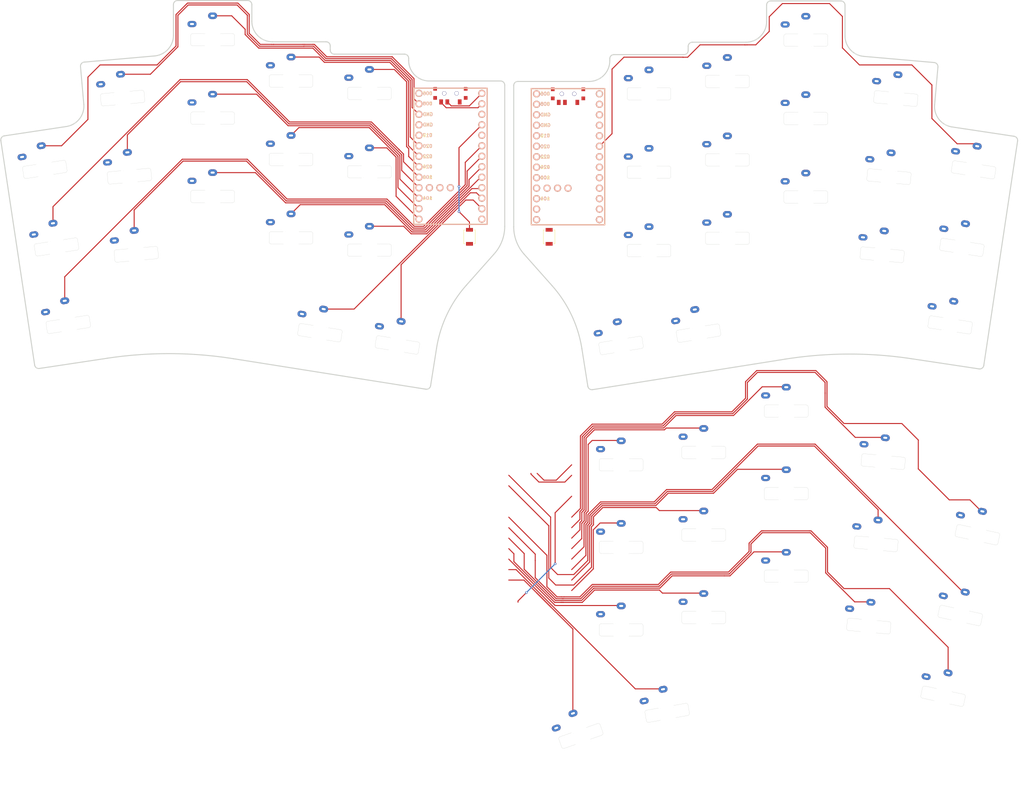
<source format=kicad_pcb>
(kicad_pcb (version 20241229) (generator "pcbnew") (generator_version "9.0")
  (layers (0 "F.Cu" signal) (2 "B.Cu" signal) (13 "F.Paste" user) (15 "B.Paste" user) (5 "F.SilkS" user "F.Silkscreen") (7 "B.SilkS" user "B.Silkscreen") (1 "F.Mask" user) (3 "B.Mask" user) (25 "Edge.Cuts" user))
  (net 0 "")
  (net 1 "GND")
  (net 2 "S3")
  (net 3 "S4")
  (net 4 "S5")
  (net 5 "S8")
  (net 6 "S9")
  (net 7 "S10")
  (net 8 "S13")
  (net 9 "S14")
  (net 10 "S15")
  (net 11 "S16")
  (net 12 "S17")
  (net 13 "S1_R")
  (net 14 "S2_R")
  (net 15 "S3_R")
  (net 16 "S4_R")
  (net 17 "S5_R")
  (net 18 "S6_R")
  (net 19 "S7_R")
  (net 20 "S8_R")
  (net 21 "S9_R")
  (net 22 "S10_R")
  (net 23 "S11_R")
  (net 24 "S12_R")
  (net 25 "S13_R")
  (net 26 "S14_R")
  (net 27 "S15_R")
  (net 28 "S16_R")
  (net 29 "S17_R")
  (net 30 "VBAT")
  (net 31 "EXT_VCC")
  (net 32 "RESET")
  (net 33 "S7")
  (net 34 "S11")
  (net 35 "S2")
  (net 36 "S1")
  (net 37 "S12")
  (net 38 "S6")
  (net 43 "BAT+")
  (footprint "Switches:keyswitch_cherrymx_alps_choc12_slots_1u" (layer "F.Cu") (at 204.736 -52.891534)
    (property "Reference" "SwitchR_2" (hide yes))
    (property "Value" "~" (hide yes))
    (fp_line (start -5.3 1) (end -5.3 -1) (stroke (width 0.05)) (layer "Edge.Cuts"))
    (fp_line (start 4.8 -1.5) (end -4.799999 -1.5) (stroke (width 0.05)) (layer "Edge.Cuts"))
    (fp_line (start 4.8 1.5) (end -4.8 1.499999) (stroke (width 0.05)) (layer "Edge.Cuts"))
    (fp_line (start 5.3 -1) (end 5.3 1) (stroke (width 0.05)) (layer "Edge.Cuts"))
    (fp_arc (start -5.3 -1) (mid -5.153553 -1.353553) (end -4.8 -1.5) (stroke (width 0.05)) (layer "Edge.Cuts"))
    (fp_arc (start -4.800001 1.500001) (mid -5.153554 1.353554) (end -5.300001 1.000001) (stroke (width 0.05)) (layer "Edge.Cuts"))
    (fp_arc (start 4.8 -1.5) (mid 5.153553 -1.353553) (end 5.3 -1) (stroke (width 0.05)) (layer "Edge.Cuts"))
    (fp_arc (start 5.3 1) (mid 5.153553 1.353553) (end 4.8 1.5) (stroke (width 0.05)) (layer "Edge.Cuts"))
  )
  (footprint "Switches:keyswitch_cherrymx_alps_choc12_slots_1u" (layer "F.Cu") (at 58.188082 -48.855399 5)
    (property "Reference" "Switch2" (hide yes))
    (property "Value" "~" (hide yes))
    (fp_line (start -5.3 1) (end -5.3 -1) (stroke (width 0.05)) (layer "Edge.Cuts") (net 832446440))
    (fp_line (start 4.8 -1.5) (end -4.799999 -1.5) (stroke (width 0.05)) (layer "Edge.Cuts") (net 832446440))
    (fp_line (start 4.8 1.5) (end -4.8 1.499999) (stroke (width 0.05)) (layer "Edge.Cuts") (net 832446440))
    (fp_line (start 5.3 -1) (end 5.3 1) (stroke (width 0.05)) (layer "Edge.Cuts") (net 832446440))
    (fp_arc (start -5.3 -1) (mid -5.153553 -1.353553) (end -4.8 -1.5) (stroke (width 0.05)) (layer "Edge.Cuts") (net 832446440))
    (fp_arc (start -4.800001 1.500001) (mid -5.153554 1.353554) (end -5.300001 1.000001) (stroke (width 0.05)) (layer "Edge.Cuts") (net 832446440))
    (fp_arc (start 4.8 -1.5) (mid 5.153553 -1.353553) (end 5.3 -1) (stroke (width 0.05)) (layer "Edge.Cuts") (net 832446440))
    (fp_arc (start 5.3 1) (mid 5.153553 1.353553) (end 4.8 1.5) (stroke (width 0.05)) (layer "Edge.Cuts") (net 832446440))
  )
  (footprint "Switches:keyswitch_cherrymx_alps_choc12_slots_1u" (layer "F.Cu") (at 45.023114 5.996511 8.6)
    (property "Reference" "Switch11" (hide yes))
    (property "Value" "~" (hide yes))
    (fp_line (start -5.3 1) (end -5.3 -1) (stroke (width 0.05)) (layer "Edge.Cuts") (net 1696960))
    (fp_line (start 4.8 -1.5) (end -4.799999 -1.5) (stroke (width 0.05)) (layer "Edge.Cuts") (net 1696960))
    (fp_line (start 4.8 1.5) (end -4.8 1.499999) (stroke (width 0.05)) (layer "Edge.Cuts") (net 1696960))
    (fp_line (start 5.3 -1) (end 5.3 1) (stroke (width 0.05)) (layer "Edge.Cuts") (net 1696960))
    (fp_arc (start -5.3 -1) (mid -5.153553 -1.353553) (end -4.8 -1.5) (stroke (width 0.05)) (layer "Edge.Cuts") (net 1696960))
    (fp_arc (start -4.8 1.500001) (mid -5.153554 1.353554) (end -5.300001 1.000001) (stroke (width 0.05)) (layer "Edge.Cuts") (net 1696960))
    (fp_arc (start 4.8 -1.5) (mid 5.153553 -1.353553) (end 5.3 -1) (stroke (width 0.05)) (layer "Edge.Cuts") (net 1696960))
    (fp_arc (start 5.3 1) (mid 5.153553 1.353553) (end 4.8 1.5) (stroke (width 0.05)) (layer "Edge.Cuts") (net 1696960))
  )
  (footprint "Switches:keyswitch_cherrymx_alps_choc12_slots_1u" (layer "F.Cu") (at 243.891959 -29.819234 -5)
    (property "Reference" "SwitchR_9" (hide yes))
    (property "Value" "~" (hide yes))
    (fp_line (start -5.3 1) (end -5.3 -1) (stroke (width 0.05)) (layer "Edge.Cuts") (net 832446440))
    (fp_line (start 4.8 1.5) (end -4.8 1.499999) (stroke (width 0.05)) (layer "Edge.Cuts") (net 832446440))
    (fp_line (start 4.8 -1.5) (end -4.799999 -1.5) (stroke (width 0.05)) (layer "Edge.Cuts") (net 832446440))
    (fp_line (start 5.3 -1) (end 5.3 1) (stroke (width 0.05)) (layer "Edge.Cuts") (net 832446440))
    (fp_arc (start -5.3 -1) (mid -5.153553 -1.353553) (end -4.8 -1.5) (stroke (width 0.05)) (layer "Edge.Cuts") (net 832446440))
    (fp_arc (start -4.800001 1.500001) (mid -5.153554 1.353553) (end -5.300001 1.000001) (stroke (width 0.05)) (layer "Edge.Cuts") (net 832446440))
    (fp_arc (start 4.8 -1.5) (mid 5.153553 -1.353553) (end 5.3 -1) (stroke (width 0.05)) (layer "Edge.Cuts") (net 832446440))
    (fp_arc (start 5.3 1) (mid 5.153553 1.353553) (end 4.8 1.5) (stroke (width 0.05)) (layer "Edge.Cuts") (net 832446440))
  )
  (footprint "Switches:keyswitch_cherrymx_alps_choc12_slots_1u" (layer "F.Cu") (at 185.736 -30.891534)
    (property "Reference" "SwitchR_6" (hide yes))
    (property "Value" "~" (hide yes))
    (fp_line (start -5.3 1) (end -5.3 -1) (stroke (width 0.05)) (layer "Edge.Cuts") (net 832446440))
    (fp_line (start 4.8 -1.5) (end -4.799999 -1.5) (stroke (width 0.05)) (layer "Edge.Cuts") (net 832446440))
    (fp_line (start 4.8 1.5) (end -4.8 1.499999) (stroke (width 0.05)) (layer "Edge.Cuts") (net 832446440))
    (fp_line (start 5.3 -1) (end 5.3 1) (stroke (width 0.05)) (layer "Edge.Cuts") (net 832446440))
    (fp_arc (start -5.3 -1) (mid -5.153553 -1.353553) (end -4.8 -1.5) (stroke (width 0.05)) (layer "Edge.Cuts") (net 832446440))
    (fp_arc (start -4.800001 1.500001) (mid -5.153554 1.353554) (end -5.300001 1.000001) (stroke (width 0.05)) (layer "Edge.Cuts") (net 832446440))
    (fp_arc (start 4.8 -1.5) (mid 5.153553 -1.353553) (end 5.3 -1) (stroke (width 0.05)) (layer "Edge.Cuts") (net 832446440))
    (fp_arc (start 5.3 1) (mid 5.153553 1.353553) (end 4.8 1.5) (stroke (width 0.05)) (layer "Edge.Cuts") (net 832446440))
  )
  (footprint "reset:SW_RESET" (layer "F.Cu") (at 142.24 -15.24 90)
    (property "Reference" "RSW1" (hide yes))
    (property "Value" "SW_Push")
  )
  (footprint "Switches:keyswitch_cherrymx_alps_choc12_slots_1u" (layer "F.Cu") (at 239 79.087651 -5)
    (property "Reference" "SwitchR_14" (hide yes))
    (property "Value" "~" (hide yes))
    (fp_line (start -5.3 1) (end -5.3 -1) (stroke (width 0.05)) (layer "Edge.Cuts"))
    (fp_line (start 4.8 1.5) (end -4.8 1.499999) (stroke (width 0.05)) (layer "Edge.Cuts"))
    (fp_line (start 4.8 -1.5) (end -4.799999 -1.5) (stroke (width 0.05)) (layer "Edge.Cuts"))
    (fp_line (start 5.3 -1) (end 5.3 1) (stroke (width 0.05)) (layer "Edge.Cuts"))
    (fp_arc (start -5.3 -1) (mid -5.153553 -1.353553) (end -4.8 -1.5) (stroke (width 0.05)) (layer "Edge.Cuts"))
    (fp_arc (start -4.800001 1.500001) (mid -5.153554 1.353552) (end -5.300001 1.000001) (stroke (width 0.05)) (layer "Edge.Cuts"))
    (fp_arc (start 4.8 -1.5) (mid 5.153553 -1.353553) (end 5.3 -1) (stroke (width 0.05)) (layer "Edge.Cuts"))
    (fp_arc (start 5.3 1) (mid 5.153553 1.353553) (end 4.8 1.5) (stroke (width 0.05)) (layer "Edge.Cuts"))
  )
  (footprint "Switches:keyswitch_cherrymx_alps_choc12_slots_1u" (layer "F.Cu") (at 42.181942 -12.78986 8.6)
    (property "Reference" "Switch6" (hide yes))
    (property "Value" "~" (hide yes))
    (fp_line (start -5.3 1) (end -5.3 -1) (stroke (width 0.05)) (layer "Edge.Cuts") (net 1696960))
    (fp_line (start 4.8 -1.5) (end -4.799999 -1.5) (stroke (width 0.05)) (layer "Edge.Cuts") (net 1696960))
    (fp_line (start 4.8 1.5) (end -4.8 1.499999) (stroke (width 0.05)) (layer "Edge.Cuts") (net 1696960))
    (fp_line (start 5.3 -1) (end 5.3 1) (stroke (width 0.05)) (layer "Edge.Cuts") (net 1696960))
    (fp_arc (start -5.3 -1) (mid -5.153553 -1.353553) (end -4.8 -1.5) (stroke (width 0.05)) (layer "Edge.Cuts") (net 1696960))
    (fp_arc (start -4.8 1.500001) (mid -5.153554 1.353554) (end -5.300001 1.000001) (stroke (width 0.05)) (layer "Edge.Cuts") (net 1696960))
    (fp_arc (start 4.8 -1.5) (mid 5.153553 -1.353553) (end 5.3 -1) (stroke (width 0.05)) (layer "Edge.Cuts") (net 1696960))
    (fp_arc (start 5.3 1) (mid 5.153553 1.353553) (end 4.8 1.5) (stroke (width 0.05)) (layer "Edge.Cuts") (net 1696960))
  )
  (footprint "Switches:keyswitch_cherrymx_alps_choc12_slots_1u" (layer "F.Cu") (at 99 -53)
    (property "Reference" "Switch4" (hide yes))
    (property "Value" "~" (hide yes))
    (fp_line (start -5.3 1) (end -5.3 -1) (stroke (width 0.05)) (layer "Edge.Cuts"))
    (fp_line (start 4.8 -1.5) (end -4.799999 -1.5) (stroke (width 0.05)) (layer "Edge.Cuts"))
    (fp_line (start 4.8 1.5) (end -4.8 1.499999) (stroke (width 0.05)) (layer "Edge.Cuts"))
    (fp_line (start 5.3 -1) (end 5.3 1) (stroke (width 0.05)) (layer "Edge.Cuts"))
    (fp_arc (start -5.3 -1) (mid -5.153553 -1.353553) (end -4.8 -1.5) (stroke (width 0.05)) (layer "Edge.Cuts"))
    (fp_arc (start -4.800001 1.500001) (mid -5.153554 1.353554) (end -5.300001 1.000001) (stroke (width 0.05)) (layer "Edge.Cuts"))
    (fp_arc (start 4.8 -1.5) (mid 5.153553 -1.353553) (end 5.3 -1) (stroke (width 0.05)) (layer "Edge.Cuts"))
    (fp_arc (start 5.3 1) (mid 5.153553 1.353553) (end 4.8 1.5) (stroke (width 0.05)) (layer "Edge.Cuts"))
  )
  (footprint "Switches:keyswitch_cherrymx_alps_choc12_slots_1u" (layer "F.Cu") (at 179 80)
    (property "Reference" "SwitchR_11" (hide yes))
    (property "Value" "~" (hide yes))
    (fp_line (start -5.3 1) (end -5.3 -1) (stroke (width 0.05)) (layer "Edge.Cuts"))
    (fp_line (start 4.8 -1.5) (end -4.799999 -1.5) (stroke (width 0.05)) (layer "Edge.Cuts"))
    (fp_line (start 4.8 1.5) (end -4.8 1.499999) (stroke (width 0.05)) (layer "Edge.Cuts"))
    (fp_line (start 5.3 -1) (end 5.3 1) (stroke (width 0.05)) (layer "Edge.Cuts"))
    (fp_arc (start -5.3 -1) (mid -5.153553 -1.353553) (end -4.8 -1.5) (stroke (width 0.05)) (layer "Edge.Cuts"))
    (fp_arc (start -4.800001 1.500001) (mid -5.153554 1.353554) (end -5.300001 1.000001) (stroke (width 0.05)) (layer "Edge.Cuts"))
    (fp_arc (start 4.8 -1.5) (mid 5.153553 -1.353553) (end 5.3 -1) (stroke (width 0.05)) (layer "Edge.Cuts"))
    (fp_arc (start 5.3 1) (mid 5.153553 1.353553) (end 4.8 1.5) (stroke (width 0.05)) (layer "Edge.Cuts"))
  )
  (footprint "Switches:keyswitch_cherrymx_alps_choc12_slots_1u" (layer "F.Cu") (at 190.14792 100.109085 10)
    (property "Reference" "SwitchR_17" (hide yes))
    (property "Value" "~" (hide yes))
    (fp_line (start -5.3 1) (end -5.3 -1) (stroke (width 0.05)) (layer "Edge.Cuts"))
    (fp_line (start 4.8 -1.5) (end -4.799998 -1.5) (stroke (width 0.05)) (layer "Edge.Cuts"))
    (fp_line (start 4.8 1.5) (end -4.8 1.499999) (stroke (width 0.05)) (layer "Edge.Cuts"))
    (fp_line (start 5.3 -1) (end 5.3 1) (stroke (width 0.05)) (layer "Edge.Cuts"))
    (fp_arc (start -5.3 -1) (mid -5.153553 -1.353553) (end -4.8 -1.5) (stroke (width 0.05)) (layer "Edge.Cuts"))
    (fp_arc (start -4.800001 1.500001) (mid -5.153554 1.353554) (end -5.300001 1.000001) (stroke (width 0.05)) (layer "Edge.Cuts"))
    (fp_arc (start 4.8 -1.5) (mid 5.153553 -1.353553) (end 5.3 -1) (stroke (width 0.05)) (layer "Edge.Cuts"))
    (fp_arc (start 5.3 1) (mid 5.153553 1.353553) (end 4.8 1.5) (stroke (width 0.05)) (layer "Edge.Cuts"))
  )
  (footprint "Switches:keyswitch_cherrymx_alps_choc12_slots_1u" (layer "F.Cu") (at 219 47)
    (property "Reference" "SwitchR_8" (hide yes))
    (property "Value" "~" (hide yes))
    (fp_line (start -5.3 1) (end -5.3 -1) (stroke (width 0.05)) (layer "Edge.Cuts"))
    (fp_line (start 4.8 -1.5) (end -4.799999 -1.5) (stroke (width 0.05)) (layer "Edge.Cuts"))
    (fp_line (start 4.8 1.5) (end -4.8 1.499999) (stroke (width 0.05)) (layer "Edge.Cuts"))
    (fp_line (start 5.3 -1) (end 5.3 1) (stroke (width 0.05)) (layer "Edge.Cuts"))
    (fp_arc (start -5.3 -1) (mid -5.153553 -1.353553) (end -4.8 -1.5) (stroke (width 0.05)) (layer "Edge.Cuts"))
    (fp_arc (start -4.800001 1.500001) (mid -5.153554 1.353554) (end -5.300001 1.000001) (stroke (width 0.05)) (layer "Edge.Cuts"))
    (fp_arc (start 4.8 -1.5) (mid 5.153553 -1.353553) (end 5.3 -1) (stroke (width 0.05)) (layer "Edge.Cuts"))
    (fp_arc (start 5.3 1) (mid 5.153553 1.353553) (end 4.8 1.5) (stroke (width 0.05)) (layer "Edge.Cuts"))
  )
  (footprint "switch_button:smt-slider-switch" (layer "F.Cu") (at 166.121 -49.886534)
    (property "Reference" "SW_POWER2" (hide yes))
    (property "Value" "SW_SPDT")
  )
  (footprint "Switches:keyswitch_cherrymx_alps_choc12_slots_1u" (layer "F.Cu") (at 219 27)
    (property "Reference" "SwitchR_3" (hide yes))
    (property "Value" "~" (hide yes))
    (fp_line (start -5.3 1) (end -5.3 -1) (stroke (width 0.05)) (layer "Edge.Cuts"))
    (fp_line (start 4.8 -1.5) (end -4.799999 -1.5) (stroke (width 0.05)) (layer "Edge.Cuts"))
    (fp_line (start 4.8 1.5) (end -4.8 1.499999) (stroke (width 0.05)) (layer "Edge.Cuts"))
    (fp_line (start 5.3 -1) (end 5.3 1) (stroke (width 0.05)) (layer "Edge.Cuts"))
    (fp_arc (start -5.3 -1) (mid -5.153553 -1.353553) (end -4.8 -1.5) (stroke (width 0.05)) (layer "Edge.Cuts"))
    (fp_arc (start -4.800001 1.500001) (mid -5.153554 1.353554) (end -5.300001 1.000001) (stroke (width 0.05)) (layer "Edge.Cuts"))
    (fp_arc (start 4.8 -1.5) (mid 5.153553 -1.353553) (end 5.3 -1) (stroke (width 0.05)) (layer "Edge.Cuts"))
    (fp_arc (start 5.3 1) (mid 5.153553 1.353553) (end 4.8 1.5) (stroke (width 0.05)) (layer "Edge.Cuts"))
  )
  (footprint "Microcontroller:nice_nano" (layer "F.Cu") (at 137.62 -50)
    (property "Reference" "NNV2" (hide yes))
    (property "Value" "~" (hide yes))
  )
  (footprint "switch_button:smt-slider-switch" (layer "F.Cu") (at 137.62 -50)
    (property "Reference" "SW_POWER1" (hide yes))
    (property "Value" "SW_SPDT")
  )
  (footprint "Switches:keyswitch_cherrymx_alps_choc12_slots_1u" (layer "F.Cu") (at 61.5 -11.000001 5)
    (property "Reference" "Switch12" (hide yes))
    (property "Value" "~" (hide yes))
    (fp_line (start -5.3 1) (end -5.3 -1) (stroke (width 0.05)) (layer "Edge.Cuts") (net 832446440))
    (fp_line (start 4.8 -1.5) (end -4.799999 -1.5) (stroke (width 0.05)) (layer "Edge.Cuts") (net 832446440))
    (fp_line (start 4.8 1.5) (end -4.8 1.499999) (stroke (width 0.05)) (layer "Edge.Cuts") (net 832446440))
    (fp_line (start 5.3 -1) (end 5.3 1) (stroke (width 0.05)) (layer "Edge.Cuts") (net 832446440))
    (fp_arc (start -5.3 -1) (mid -5.153553 -1.353553) (end -4.8 -1.5) (stroke (width 0.05)) (layer "Edge.Cuts") (net 832446440))
    (fp_arc (start -4.800001 1.500001) (mid -5.153554 1.353554) (end -5.300001 1.000001) (stroke (width 0.05)) (layer "Edge.Cuts") (net 832446440))
    (fp_arc (start 4.8 -1.5) (mid 5.153553 -1.353553) (end 5.3 -1) (stroke (width 0.05)) (layer "Edge.Cuts") (net 832446440))
    (fp_arc (start 5.3 1) (mid 5.153553 1.353553) (end 4.8 1.5) (stroke (width 0.05)) (layer "Edge.Cuts") (net 832446440))
  )
  (footprint "Switches:keyswitch_cherrymx_alps_choc12_slots_1u" (layer "F.Cu") (at 242.48623 39.239863 -5)
    (property "Reference" "SwitchR_4" (hide yes))
    (property "Value" "~" (hide yes))
    (fp_line (start -5.3 1) (end -5.3 -1) (stroke (width 0.05)) (layer "Edge.Cuts"))
    (fp_line (start 4.8 1.5) (end -4.8 1.499999) (stroke (width 0.05)) (layer "Edge.Cuts"))
    (fp_line (start 4.8 -1.5) (end -4.799999 -1.5) (stroke (width 0.05)) (layer "Edge.Cuts"))
    (fp_line (start 5.3 -1) (end 5.3 1) (stroke (width 0.05)) (layer "Edge.Cuts"))
    (fp_arc (start -5.3 -1) (mid -5.153553 -1.353553) (end -4.8 -1.5) (stroke (width 0.05)) (layer "Edge.Cuts"))
    (fp_arc (start -4.800001 1.500001) (mid -5.153554 1.353552) (end -5.300001 1.000001) (stroke (width 0.05)) (layer "Edge.Cuts"))
    (fp_arc (start 4.8 -1.5) (mid 5.153553 -1.353553) (end 5.3 -1) (stroke (width 0.05)) (layer "Edge.Cuts"))
    (fp_arc (start 5.3 1) (mid 5.153553 1.353553) (end 4.8 1.5) (stroke (width 0.05)) (layer "Edge.Cuts"))
  )
  (footprint "Switches:keyswitch_cherrymx_alps_choc12_slots_1u" (layer "F.Cu") (at 80 -25)
    (property "Reference" "Switch13" (hide yes))
    (property "Value" "~" (hide yes))
    (fp_line (start -5.3 1) (end -5.3 -1) (stroke (width 0.05)) (layer "Edge.Cuts"))
    (fp_line (start 4.8 -1.5) (end -4.799999 -1.5) (stroke (width 0.05)) (layer "Edge.Cuts"))
    (fp_line (start 4.8 1.5) (end -4.8 1.499999) (stroke (width 0.05)) (layer "Edge.Cuts"))
    (fp_line (start 5.3 -1) (end 5.3 1) (stroke (width 0.05)) (layer "Edge.Cuts"))
    (fp_arc (start -5.3 -1) (mid -5.153553 -1.353553) (end -4.8 -1.5) (stroke (width 0.05)) (layer "Edge.Cuts"))
    (fp_arc (start -4.800001 1.500001) (mid -5.153554 1.353554) (end -5.300001 1.000001) (stroke (width 0.05)) (layer "Edge.Cuts"))
    (fp_arc (start 4.8 -1.5) (mid 5.153553 -1.353553) (end 5.3 -1) (stroke (width 0.05)) (layer "Edge.Cuts"))
    (fp_arc (start 5.3 1) (mid 5.153553 1.353553) (end 4.8 1.5) (stroke (width 0.05)) (layer "Edge.Cuts"))
  )
  (footprint "Switches:keyswitch_cherrymx_alps_choc12_slots_1u" (layer "F.Cu") (at 169.243696 105.710356 19.35)
    (property "Reference" "SwitchR_16" (hide yes))
    (property "Value" "~" (hide yes))
    (fp_line (start -5.3 1) (end -5.3 -1) (stroke (width 0.05)) (layer "Edge.Cuts"))
    (fp_line (start 4.8 -1.5) (end -4.799999 -1.5) (stroke (width 0.05)) (layer "Edge.Cuts"))
    (fp_line (start 5.3 -1) (end 5.3 1) (stroke (width 0.05)) (layer "Edge.Cuts"))
    (fp_line (start 4.8 1.5) (end -4.8 1.499999) (stroke (width 0.05)) (layer "Edge.Cuts"))
    (fp_arc (start -5.3 -1) (mid -5.153553 -1.353553) (end -4.8 -1.5) (stroke (width 0.05)) (layer "Edge.Cuts"))
    (fp_arc (start -4.800001 1.500001) (mid -5.153554 1.353554) (end -5.300001 1.000001) (stroke (width 0.05)) (layer "Edge.Cuts"))
    (fp_arc (start 4.8 -1.5) (mid 5.153553 -1.353553) (end 5.3 -1) (stroke (width 0.05)) (layer "Edge.Cuts"))
    (fp_arc (start 5.3 1) (mid 5.153553 1.353553) (end 4.8 1.5) (stroke (width 0.05)) (layer "Edge.Cuts"))
  )
  (footprint "Switches:keyswitch_cherrymx_alps_choc12_slots_1u" (layer "F.Cu") (at 204.736 -33.891534)
    (property "Reference" "SwitchR_7" (hide yes))
    (property "Value" "~" (hide yes))
    (fp_line (start -5.3 1) (end -5.3 -1) (stroke (width 0.05)) (layer "Edge.Cuts"))
    (fp_line (start 4.8 -1.5) (end -4.799999 -1.5) (stroke (width 0.05)) (layer "Edge.Cuts"))
    (fp_line (start 4.8 1.5) (end -4.8 1.499999) (stroke (width 0.05)) (layer "Edge.Cuts"))
    (fp_line (start 5.3 -1) (end 5.3 1) (stroke (width 0.05)) (layer "Edge.Cuts"))
    (fp_arc (start -5.3 -1) (mid -5.153553 -1.353553) (end -4.8 -1.5) (stroke (width 0.05)) (layer "Edge.Cuts"))
    (fp_arc (start -4.800001 1.500001) (mid -5.153554 1.353554) (end -5.300001 1.000001) (stroke (width 0.05)) (layer "Edge.Cuts"))
    (fp_arc (start 4.8 -1.5) (mid 5.153553 -1.353553) (end 5.3 -1) (stroke (width 0.05)) (layer "Edge.Cuts"))
    (fp_arc (start 5.3 1) (mid 5.153553 1.353553) (end 4.8 1.5) (stroke (width 0.05)) (layer "Edge.Cuts"))
  )
  (footprint "Switches:keyswitch_cherrymx_alps_choc12_slots_1u" (layer "F.Cu") (at 80 -44)
    (property "Reference" "Switch8" (hide yes))
    (property "Value" "~" (hide yes))
    (fp_line (start -5.3 1) (end -5.3 -1) (stroke (width 0.05)) (layer "Edge.Cuts"))
    (fp_line (start 4.8 -1.5) (end -4.799999 -1.5) (stroke (width 0.05)) (layer "Edge.Cuts"))
    (fp_line (start 4.8 1.5) (end -4.8 1.499999) (stroke (width 0.05)) (layer "Edge.Cuts"))
    (fp_line (start 5.3 -1) (end 5.3 1) (stroke (width 0.05)) (layer "Edge.Cuts"))
    (fp_arc (start -5.3 -1) (mid -5.153553 -1.353553) (end -4.8 -1.5) (stroke (width 0.05)) (layer "Edge.Cuts"))
    (fp_arc (start -4.800001 1.500001) (mid -5.153554 1.353554) (end -5.300001 1.000001) (stroke (width 0.05)) (layer "Edge.Cuts"))
    (fp_arc (start 4.8 -1.5) (mid 5.153553 -1.353553) (end 5.3 -1) (stroke (width 0.05)) (layer "Edge.Cuts"))
    (fp_arc (start 5.3 1) (mid 5.153553 1.353553) (end 4.8 1.5) (stroke (width 0.05)) (layer "Edge.Cuts"))
  )
  (footprint "Switches:keyswitch_cherrymx_alps_choc12_slots_1u" (layer "F.Cu") (at 264.39523 -31.467765 -8.6)
    (property "Reference" "SwitchR_5" (hide yes))
    (property "Value" "~" (hide yes))
    (fp_line (start -5.3 1) (end -5.3 -1) (stroke (width 0.05)) (layer "Edge.Cuts"))
    (fp_line (start 4.8 1.5) (end -4.8 1.499999) (stroke (width 0.05)) (layer "Edge.Cuts"))
    (fp_line (start 4.8 -1.5) (end -4.799999 -1.5) (stroke (width 0.05)) (layer "Edge.Cuts"))
    (fp_line (start 5.3 -1) (end 5.3 1) (stroke (width 0.05)) (layer "Edge.Cuts"))
    (fp_arc (start -5.3 -1) (mid -5.153553 -1.353553) (end -4.8 -1.5) (stroke (width 0.05)) (layer "Edge.Cuts"))
    (fp_arc (start -4.800001 1.500001) (mid -5.153554 1.353554) (end -5.300001 1.000001) (stroke (width 0.05)) (layer "Edge.Cuts"))
    (fp_arc (start 4.8 -1.5) (mid 5.153553 -1.353553) (end 5.3 -1) (stroke (width 0.05)) (layer "Edge.Cuts"))
    (fp_arc (start 5.3 1) (mid 5.153553 1.353553) (end 4.8 1.5) (stroke (width 0.05)) (layer "Edge.Cuts"))
  )
  (footprint "Switches:keyswitch_cherrymx_alps_choc12_slots_1u" (layer "F.Cu") (at 118 -12)
    (property "Reference" "Switch15" (hide yes))
    (property "Value" "~" (hide yes))
    (fp_line (start -5.3 1) (end -5.3 -1) (stroke (width 0.05)) (layer "Edge.Cuts"))
    (fp_line (start 4.8 -1.5) (end -4.799999 -1.5) (stroke (width 0.05)) (layer "Edge.Cuts"))
    (fp_line (start 4.8 1.5) (end -4.8 1.499999) (stroke (width 0.05)) (layer "Edge.Cuts"))
    (fp_line (start 5.3 -1) (end 5.3 1) (stroke (width 0.05)) (layer "Edge.Cuts"))
    (fp_arc (start -5.3 -1) (mid -5.153553 -1.353553) (end -4.8 -1.5) (stroke (width 0.05)) (layer "Edge.Cuts"))
    (fp_arc (start -4.800001 1.500001) (mid -5.153554 1.353554) (end -5.300001 1.000001) (stroke (width 0.05)) (layer "Edge.Cuts"))
    (fp_arc (start 4.8 -1.5) (mid 5.153553 -1.353553) (end 5.3 -1) (stroke (width 0.05)) (layer "Edge.Cuts"))
    (fp_arc (start 5.3 1) (mid 5.153553 1.353553) (end 4.8 1.5) (stroke (width 0.05)) (layer "Edge.Cuts"))
  )
  (footprint "Switches:keyswitch_cherrymx_alps_choc12_slots_1u" (layer "F.Cu") (at 118 -50)
    (property "Reference" "Switch5" (hide yes))
    (property "Value" "~" (hide yes))
    (fp_line (start -5.3 1) (end -5.3 -1) (stroke (width 0.05)) (layer "Edge.Cuts"))
    (fp_line (start 4.8 -1.5) (end -4.799999 -1.5) (stroke (width 0.05)) (layer "Edge.Cuts"))
    (fp_line (start 4.8 1.5) (end -4.8 1.499999) (stroke (width 0.05)) (layer "Edge.Cuts"))
    (fp_line (start 5.3 -1) (end 5.3 1) (stroke (width 0.05)) (layer "Edge.Cuts"))
    (fp_arc (start -5.3 -1) (mid -5.153553 -1.353553) (end -4.8 -1.5) (stroke (width 0.05)) (layer "Edge.Cuts"))
    (fp_arc (start -4.800001 1.500001) (mid -5.153554 1.353554) (end -5.300001 1.000001) (stroke (width 0.05)) (layer "Edge.Cuts"))
    (fp_arc (start 4.8 -1.5) (mid 5.153553 -1.353553) (end 5.3 -1) (stroke (width 0.05)) (layer "Edge.Cuts"))
    (fp_arc (start 5.3 1) (mid 5.153553 1.353553) (end 4.8 1.5) (stroke (width 0.05)) (layer "Edge.Cuts"))
  )
  (footprint "Switches:keyswitch_cherrymx_alps_choc12_slots_1u" (layer "F.Cu") (at 223.736 -43.891534)
    (property "Reference" "SwitchR_8" (hide yes))
    (property "Value" "~" (hide yes))
    (fp_line (start -5.3 1) (end -5.3 -1) (stroke (width 0.05)) (layer "Edge.Cuts"))
    (fp_line (start 4.8 -1.5) (end -4.799999 -1.5) (stroke (width 0.05)) (layer "Edge.Cuts"))
    (fp_line (start 4.8 1.5) (end -4.8 1.499999) (stroke (width 0.05)) (layer "Edge.Cuts"))
    (fp_line (start 5.3 -1) (end 5.3 1) (stroke (width 0.05)) (layer "Edge.Cuts"))
    (fp_arc (start -5.3 -1) (mid -5.153553 -1.353553) (end -4.8 -1.5) (stroke (width 0.05)) (layer "Edge.Cuts"))
    (fp_arc (start -4.800001 1.500001) (mid -5.153554 1.353554) (end -5.300001 1.000001) (stroke (width 0.05)) (layer "Edge.Cuts"))
    (fp_arc (start 4.8 -1.5) (mid 5.153553 -1.353553) (end 5.3 -1) (stroke (width 0.05)) (layer "Edge.Cuts"))
    (fp_arc (start 5.3 1) (mid 5.153553 1.353553) (end 4.8 1.5) (stroke (width 0.05)) (layer "Edge.Cuts"))
  )
  (footprint "Switches:keyswitch_cherrymx_alps_choc12_slots_1u" (layer "F.Cu") (at 199 37)
    (property "Reference" "SwitchR_2" (hide yes))
    (property "Value" "~" (hide yes))
    (fp_line (start -5.3 1) (end -5.3 -1) (stroke (width 0.05)) (layer "Edge.Cuts"))
    (fp_line (start 4.8 -1.5) (end -4.799999 -1.5) (stroke (width 0.05)) (layer "Edge.Cuts"))
    (fp_line (start 4.8 1.5) (end -4.8 1.499999) (stroke (width 0.05)) (layer "Edge.Cuts"))
    (fp_line (start 5.3 -1) (end 5.3 1) (stroke (width 0.05)) (layer "Edge.Cuts"))
    (fp_arc (start -5.3 -1) (mid -5.153553 -1.353553) (end -4.8 -1.5) (stroke (width 0.05)) (layer "Edge.Cuts"))
    (fp_arc (start -4.800001 1.500001) (mid -5.153554 1.353554) (end -5.300001 1.000001) (stroke (width 0.05)) (layer "Edge.Cuts"))
    (fp_arc (start 4.8 -1.5) (mid 5.153553 -1.353553) (end 5.3 -1) (stroke (width 0.05)) (layer "Edge.Cuts"))
    (fp_arc (start 5.3 1) (mid 5.153553 1.353553) (end 4.8 1.5) (stroke (width 0.05)) (layer "Edge.Cuts"))
  )
  (footprint "Switches:keyswitch_cherrymx_alps_choc12_slots_1u" (layer "F.Cu") (at 179 60)
    (property "Reference" "SwitchR_6" (hide yes))
    (property "Value" "~" (hide yes))
    (fp_line (start -5.3 1) (end -5.3 -1) (stroke (width 0.05)) (layer "Edge.Cuts"))
    (fp_line (start 4.8 -1.5) (end -4.799999 -1.5) (stroke (width 0.05)) (layer "Edge.Cuts"))
    (fp_line (start 4.8 1.5) (end -4.8 1.499999) (stroke (width 0.05)) (layer "Edge.Cuts"))
    (fp_line (start 5.3 -1) (end 5.3 1) (stroke (width 0.05)) (layer "Edge.Cuts"))
    (fp_arc (start -5.3 -1) (mid -5.153553 -1.353553) (end -4.8 -1.5) (stroke (width 0.05)) (layer "Edge.Cuts"))
    (fp_arc (start -4.800001 1.500001) (mid -5.153554 1.353554) (end -5.300001 1.000001) (stroke (width 0.05)) (layer "Edge.Cuts"))
    (fp_arc (start 4.8 -1.5) (mid 5.153553 -1.353553) (end 5.3 -1) (stroke (width 0.05)) (layer "Edge.Cuts"))
    (fp_arc (start 5.3 1) (mid 5.153553 1.353553) (end 4.8 1.5) (stroke (width 0.05)) (layer "Edge.Cuts"))
  )
  (footprint "Switches:keyswitch_cherrymx_alps_choc12_slots_1u" (layer "F.Cu") (at 99 -15)
    (property "Reference" "Switch14" (hide yes))
    (property "Value" "~" (hide yes))
    (fp_line (start -5.3 1) (end -5.3 -1) (stroke (width 0.05)) (layer "Edge.Cuts"))
    (fp_line (start 4.8 -1.5) (end -4.799999 -1.5) (stroke (width 0.05)) (layer "Edge.Cuts"))
    (fp_line (start 4.8 1.5) (end -4.8 1.499999) (stroke (width 0.05)) (layer "Edge.Cuts"))
    (fp_line (start 5.3 -1) (end 5.3 1) (stroke (width 0.05)) (layer "Edge.Cuts"))
    (fp_arc (start -5.3 -1) (mid -5.153553 -1.353553) (end -4.8 -1.5) (stroke (width 0.05)) (layer "Edge.Cuts"))
    (fp_arc (start -4.800001 1.500001) (mid -5.153554 1.353554) (end -5.300001 1.000001) (stroke (width 0.05)) (layer "Edge.Cuts"))
    (fp_arc (start 4.8 -1.5) (mid 5.153553 -1.353553) (end 5.3 -1) (stroke (width 0.05)) (layer "Edge.Cuts"))
    (fp_arc (start 5.3 1) (mid 5.153553 1.353553) (end 4.8 1.5) (stroke (width 0.05)) (layer "Edge.Cuts"))
  )
  (footprint "Switches:keyswitch_cherrymx_alps_choc12_slots_1u" (layer "F.Cu") (at 265.316468 56.961747 -12)
    (property "Reference" "SwitchR_5" (hide yes))
    (property "Value" "~" (hide yes))
    (fp_line (start -5.3 1) (end -5.3 -1) (stroke (width 0.05)) (layer "Edge.Cuts"))
    (fp_line (start 4.8 1.5) (end -4.8 1.499999) (stroke (width 0.05)) (layer "Edge.Cuts"))
    (fp_line (start 4.8 -1.5) (end -4.799999 -1.5) (stroke (width 0.05)) (layer "Edge.Cuts"))
    (fp_line (start 5.3 -1) (end 5.3 1) (stroke (width 0.05)) (layer "Edge.Cuts"))
    (fp_arc (start -4.800001 1.500001) (mid -5.153554 1.353554) (end -5.300001 1.000001) (stroke (width 0.05)) (layer "Edge.Cuts"))
    (fp_arc (start -5.3 -1) (mid -5.153553 -1.353553) (end -4.8 -1.5) (stroke (width 0.05)) (layer "Edge.Cuts"))
    (fp_arc (start 5.3 1) (mid 5.153553 1.353553) (end 4.8 1.5) (stroke (width 0.05)) (layer "Edge.Cuts"))
    (fp_arc (start 4.8 -1.5) (mid 5.153553 -1.353553) (end 5.3 -1) (stroke (width 0.05)) (layer "Edge.Cuts"))
  )
  (footprint "reset:SW_RESET" (layer "F.Cu") (at 161.544 -15.24 90)
    (property "Reference" "RSW2" (hide yes))
    (property "Value" "SW_Push")
  )
  (footprint "Switches:keyswitch_cherrymx_alps_choc12_slots_1u" (layer "F.Cu") (at 118 -31)
    (property "Reference" "Switch10" (hide yes))
    (property "Value" "~" (hide yes))
    (fp_line (start -5.3 1) (end -5.3 -1) (stroke (width 0.05)) (layer "Edge.Cuts"))
    (fp_line (start 4.8 -1.5) (end -4.799999 -1.5) (stroke (width 0.05)) (layer "Edge.Cuts"))
    (fp_line (start 4.8 1.5) (end -4.8 1.499999) (stroke (width 0.05)) (layer "Edge.Cuts"))
    (fp_line (start 5.3 -1) (end 5.3 1) (stroke (width 0.05)) (layer "Edge.Cuts"))
    (fp_arc (start -5.3 -1) (mid -5.153553 -1.353553) (end -4.8 -1.5) (stroke (width 0.05)) (layer "Edge.Cuts"))
    (fp_arc (start -4.800001 1.500001) (mid -5.153554 1.353554) (end -5.300001 1.000001) (stroke (width 0.05)) (layer "Edge.Cuts"))
    (fp_arc (start 4.8 -1.5) (mid 5.153553 -1.353553) (end 5.3 -1) (stroke (width 0.05)) (layer "Edge.Cuts"))
    (fp_arc (start 5.3 1) (mid 5.153553 1.353553) (end 4.8 1.5) (stroke (width 0.05)) (layer "Edge.Cuts"))
  )
  (footprint "Switches:keyswitch_cherrymx_alps_choc12_slots_1u" (layer "F.Cu") (at 219 67)
    (property "Reference" "SwitchR_13" (hide yes))
    (property "Value" "~" (hide yes))
    (fp_line (start -5.3 1) (end -5.3 -1) (stroke (width 0.05)) (layer "Edge.Cuts"))
    (fp_line (start 4.8 -1.5) (end -4.799999 -1.5) (stroke (width 0.05)) (layer "Edge.Cuts"))
    (fp_line (start 4.8 1.5) (end -4.8 1.499999) (stroke (width 0.05)) (layer "Edge.Cuts"))
    (fp_line (start 5.3 -1) (end 5.3 1) (stroke (width 0.05)) (layer "Edge.Cuts"))
    (fp_arc (start -5.3 -1) (mid -5.153553 -1.353553) (end -4.8 -1.5) (stroke (width 0.05)) (layer "Edge.Cuts"))
    (fp_arc (start -4.800001 1.500001) (mid -5.153554 1.353554) (end -5.300001 1.000001) (stroke (width 0.05)) (layer "Edge.Cuts"))
    (fp_arc (start 4.8 -1.5) (mid 5.153553 -1.353553) (end 5.3 -1) (stroke (width 0.05)) (layer "Edge.Cuts"))
    (fp_arc (start 5.3 1) (mid 5.153553 1.353553) (end 4.8 1.5) (stroke (width 0.05)) (layer "Edge.Cuts"))
  )
  (footprint "Switches:keyswitch_cherrymx_alps_choc12_slots_1u" (layer "F.Cu") (at 39.34077 -31.576231 8.6)
    (property "Reference" "Switch1" (hide yes))
    (property "Value" "~" (hide yes))
    (fp_line (start -5.3 1) (end -5.3 -1) (stroke (width 0.05)) (layer "Edge.Cuts") (net 1696960))
    (fp_line (start 4.8 -1.5) (end -4.799999 -1.5) (stroke (width 0.05)) (layer "Edge.Cuts") (net 1696960))
    (fp_line (start 4.8 1.5) (end -4.8 1.499999) (stroke (width 0.05)) (layer "Edge.Cuts") (net 1696960))
    (fp_line (start 5.3 -1) (end 5.3 1) (stroke (width 0.05)) (layer "Edge.Cuts") (net 1696960))
    (fp_arc (start -5.3 -1) (mid -5.153553 -1.353553) (end -4.8 -1.5) (stroke (width 0.05)) (layer "Edge.Cuts") (net 1696960))
    (fp_arc (start -4.8 1.500001) (mid -5.153554 1.353554) (end -5.300001 1.000001) (stroke (width 0.05)) (layer "Edge.Cuts") (net 1696960))
    (fp_arc (start 4.8 -1.5) (mid 5.153553 -1.353553) (end 5.3 -1) (stroke (width 0.05)) (layer "Edge.Cuts") (net 1696960))
    (fp_arc (start 5.3 1) (mid 5.153553 1.353553) (end 4.8 1.5) (stroke (width 0.05)) (layer "Edge.Cuts") (net 1696960))
  )
  (footprint "Microcontroller:nice_nano" (layer "F.Cu") (at 166.116 -49.891534)
    (property "Reference" "NNV2_R1" (hide yes))
    (property "Value" "~" (hide yes))
  )
  (footprint "Switches:keyswitch_cherrymx_alps_choc12_slots_1u" (layer "F.Cu") (at 59.844041 -29.9277 5)
    (property "Reference" "Switch7" (hide yes))
    (property "Value" "~" (hide yes))
    (fp_line (start -5.3 1) (end -5.3 -1) (stroke (width 0.05)) (layer "Edge.Cuts") (net 832446440))
    (fp_line (start 4.8 -1.5) (end -4.799999 -1.5) (stroke (width 0.05)) (layer "Edge.Cuts") (net 832446440))
    (fp_line (start 4.8 1.5) (end -4.8 1.499999) (stroke (width 0.05)) (layer "Edge.Cuts") (net 832446440))
    (fp_line (start 5.3 -1) (end 5.3 1) (stroke (width 0.05)) (layer "Edge.Cuts") (net 832446440))
    (fp_arc (start -5.3 -1) (mid -5.153553 -1.353553) (end -4.8 -1.5) (stroke (width 0.05)) (layer "Edge.Cuts") (net 832446440))
    (fp_arc (start -4.800001 1.500001) (mid -5.153554 1.353554) (end -5.300001 1.000001) (stroke (width 0.05)) (layer "Edge.Cuts") (net 832446440))
    (fp_arc (start 4.8 -1.5) (mid 5.153553 -1.353553) (end 5.3 -1) (stroke (width 0.05)) (layer "Edge.Cuts") (net 832446440))
    (fp_arc (start 5.3 1) (mid 5.153553 1.353553) (end 4.8 1.5) (stroke (width 0.05)) (layer "Edge.Cuts") (net 832446440))
  )
  (footprint "Switches:keyswitch_cherrymx_alps_choc12_slots_1u" (layer "F.Cu") (at 124.766078 10.972255 -9)
    (property "Reference" "Switch17" (hide yes))
    (property "Value" "~" (hide yes))
    (fp_line (start -5.3 1) (end -5.3 -1) (stroke (width 0.05)) (layer "Edge.Cuts"))
    (fp_line (start 4.8 1.5) (end -4.8 1.499999) (stroke (width 0.05)) (layer "Edge.Cuts"))
    (fp_line (start 4.8 -1.5) (end -4.799999 -1.5) (stroke (width 0.05)) (layer "Edge.Cuts"))
    (fp_line (start 5.3 -1) (end 5.3 1) (stroke (width 0.05)) (layer "Edge.Cuts"))
    (fp_arc (start -5.3 -1) (mid -5.153553 -1.353553) (end -4.8 -1.5) (stroke (width 0.05)) (layer "Edge.Cuts"))
    (fp_arc (start -4.800001 1.500001) (mid -5.153554 1.353554) (end -5.300001 1.000002) (stroke (width 0.05)) (layer "Edge.Cuts"))
    (fp_arc (start 4.8 -1.5) (mid 5.153553 -1.353553) (end 5.3 -1) (stroke (width 0.05)) (layer "Edge.Cuts"))
    (fp_arc (start 5.3 1) (mid 5.153553 1.353553) (end 4.8 1.5) (stroke (width 0.05)) (layer "Edge.Cuts"))
  )
  (footprint "Switches:keyswitch_cherrymx_alps_choc12_slots_1u" (layer "F.Cu") (at 261.554058 -12.681394 -8.6)
    (property "Reference" "SwitchR_10" (hide yes))
    (property "Value" "~" (hide yes))
    (fp_line (start -5.3 1) (end -5.3 -1) (stroke (width 0.05)) (layer "Edge.Cuts"))
    (fp_line (start 4.8 1.5) (end -4.8 1.499999) (stroke (width 0.05)) (layer "Edge.Cuts"))
    (fp_line (start 4.8 -1.5) (end -4.799999 -1.5) (stroke (width 0.05)) (layer "Edge.Cuts"))
    (fp_line (start 5.3 -1) (end 5.3 1) (stroke (width 0.05)) (layer "Edge.Cuts"))
    (fp_arc (start -5.3 -1) (mid -5.153553 -1.353553) (end -4.8 -1.5) (stroke (width 0.05)) (layer "Edge.Cuts"))
    (fp_arc (start -4.800001 1.500001) (mid -5.153554 1.353554) (end -5.300001 1.000001) (stroke (width 0.05)) (layer "Edge.Cuts"))
    (fp_arc (start 4.8 -1.5) (mid 5.153553 -1.353553) (end 5.3 -1) (stroke (width 0.05)) (layer "Edge.Cuts"))
    (fp_arc (start 5.3 1) (mid 5.153553 1.353553) (end 4.8 1.5) (stroke (width 0.05)) (layer "Edge.Cuts"))
  )
  (footprint "Switches:keyswitch_cherrymx_alps_choc12_slots_1u" (layer "F.Cu") (at 204.736 -14.891534)
    (property "Reference" "SwitchR_12" (hide yes))
    (property "Value" "~" (hide yes))
    (fp_line (start -5.3 1) (end -5.3 -1) (stroke (width 0.05)) (layer "Edge.Cuts"))
    (fp_line (start 4.8 -1.5) (end -4.799999 -1.5) (stroke (width 0.05)) (layer "Edge.Cuts"))
    (fp_line (start 4.8 1.5) (end -4.8 1.499999) (stroke (width 0.05)) (layer "Edge.Cuts"))
    (fp_line (start 5.3 -1) (end 5.3 1) (stroke (width 0.05)) (layer "Edge.Cuts"))
    (fp_arc (start -5.3 -1) (mid -5.153553 -1.353553) (end -4.8 -1.5) (stroke (width 0.05)) (layer "Edge.Cuts"))
    (fp_arc (start -4.800001 1.500001) (mid -5.153554 1.353554) (end -5.300001 1.000001) (stroke (width 0.05)) (layer "Edge.Cuts"))
    (fp_arc (start 4.8 -1.5) (mid 5.153553 -1.353553) (end 5.3 -1) (stroke (width 0.05)) (layer "Edge.Cuts"))
    (fp_arc (start 5.3 1) (mid 5.153553 1.353553) (end 4.8 1.5) (stroke (width 0.05)) (layer "Edge.Cuts"))
  )
  (footprint "Switches:keyswitch_cherrymx_alps_choc12_slots_1u" (layer "F.Cu") (at 261.158234 76.524699 -12)
    (property "Reference" "SwitchR_10" (hide yes))
    (property "Value" "~" (hide yes))
    (fp_line (start -5.3 1) (end -5.3 -1) (stroke (width 0.05)) (layer "Edge.Cuts"))
    (fp_line (start 4.8 1.5) (end -4.8 1.499999) (stroke (width 0.05)) (layer "Edge.Cuts"))
    (fp_line (start 4.8 -1.5) (end -4.799999 -1.5) (stroke (width 0.05)) (layer "Edge.Cuts"))
    (fp_line (start 5.3 -1) (end 5.3 1) (stroke (width 0.05)) (layer "Edge.Cuts"))
    (fp_arc (start -4.800001 1.500001) (mid -5.153554 1.353554) (end -5.300001 1.000001) (stroke (width 0.05)) (layer "Edge.Cuts"))
    (fp_arc (start -5.3 -1) (mid -5.153553 -1.353553) (end -4.8 -1.5) (stroke (width 0.05)) (layer "Edge.Cuts"))
    (fp_arc (start 5.3 1) (mid 5.153553 1.353553) (end 4.8 1.5) (stroke (width 0.05)) (layer "Edge.Cuts"))
    (fp_arc (start 4.8 -1.5) (mid 5.153553 -1.353553) (end 5.3 -1) (stroke (width 0.05)) (layer "Edge.Cuts"))
  )
  (footprint "Switches:keyswitch_cherrymx_alps_choc12_slots_1u" (layer "F.Cu") (at 106 8 -9)
    (property "Reference" "Switch16" (hide yes))
    (property "Value" "~" (hide yes))
    (fp_line (start -5.3 1) (end -5.3 -1) (stroke (width 0.05)) (layer "Edge.Cuts"))
    (fp_line (start 4.8 1.5) (end -4.8 1.499999) (stroke (width 0.05)) (layer "Edge.Cuts"))
    (fp_line (start 4.8 -1.5) (end -4.799999 -1.5) (stroke (width 0.05)) (layer "Edge.Cuts"))
    (fp_line (start 5.3 -1) (end 5.3 1) (stroke (width 0.05)) (layer "Edge.Cuts"))
    (fp_arc (start -5.3 -1) (mid -5.153553 -1.353553) (end -4.8 -1.5) (stroke (width 0.05)) (layer "Edge.Cuts"))
    (fp_arc (start -4.800001 1.500001) (mid -5.153554 1.353554) (end -5.300001 1.000002) (stroke (width 0.05)) (layer "Edge.Cuts"))
    (fp_arc (start 4.8 -1.5) (mid 5.153553 -1.353553) (end 5.3 -1) (stroke (width 0.05)) (layer "Edge.Cuts"))
    (fp_arc (start 5.3 1) (mid 5.153553 1.353553) (end 4.8 1.5) (stroke (width 0.05)) (layer "Edge.Cuts"))
  )
  (footprint "Switches:keyswitch_cherrymx_alps_choc12_slots_1u" (layer "F.Cu") (at 257 96.087651 -12)
    (property "Reference" "SwitchR_15" (hide yes))
    (property "Value" "~" (hide yes))
    (fp_line (start -5.3 1) (end -5.3 -1) (stroke (width 0.05)) (layer "Edge.Cuts"))
    (fp_line (start 4.8 1.5) (end -4.8 1.499999) (stroke (width 0.05)) (layer "Edge.Cuts"))
    (fp_line (start 4.8 -1.5) (end -4.799999 -1.5) (stroke (width 0.05)) (layer "Edge.Cuts"))
    (fp_line (start 5.3 -1) (end 5.3 1) (stroke (width 0.05)) (layer "Edge.Cuts"))
    (fp_arc (start -4.800001 1.500001) (mid -5.153554 1.353554) (end -5.300001 1.000001) (stroke (width 0.05)) (layer "Edge.Cuts"))
    (fp_arc (start -5.3 -1) (mid -5.153553 -1.353553) (end -4.8 -1.5) (stroke (width 0.05)) (layer "Edge.Cuts"))
    (fp_arc (start 5.3 1) (mid 5.153553 1.353553) (end 4.8 1.5) (stroke (width 0.05)) (layer "Edge.Cuts"))
    (fp_arc (start 4.8 -1.5) (mid 5.153553 -1.353553) (end 5.3 -1) (stroke (width 0.05)) (layer "Edge.Cuts"))
  )
  (footprint "Switches:keyswitch_cherrymx_alps_choc12_slots_1u" (layer "F.Cu") (at 179 40)
    (property "Reference" "SwitchR_1" (hide yes))
    (property "Value" "~" (hide yes))
    (fp_line (start -5.3 1) (end -5.3 -1) (stroke (width 0.05)) (layer "Edge.Cuts"))
    (fp_line (start 4.8 -1.5) (end -4.799999 -1.5) (stroke (width 0.05)) (layer "Edge.Cuts"))
    (fp_line (start 4.8 1.5) (end -4.8 1.499999) (stroke (width 0.05)) (layer "Edge.Cuts"))
    (fp_line (start 5.3 -1) (end 5.3 1) (stroke (width 0.05)) (layer "Edge.Cuts"))
    (fp_arc (start -5.3 -1) (mid -5.153553 -1.353553) (end -4.8 -1.5) (stroke (width 0.05)) (layer "Edge.Cuts"))
    (fp_arc (start -4.800001 1.500001) (mid -5.153554 1.353554) (end -5.300001 1.000001) (stroke (width 0.05)) (layer "Edge.Cuts"))
    (fp_arc (start 4.8 -1.5) (mid 5.153553 -1.353553) (end 5.3 -1) (stroke (width 0.05)) (layer "Edge.Cuts"))
    (fp_arc (start 5.3 1) (mid 5.153553 1.353553) (end 4.8 1.5) (stroke (width 0.05)) (layer "Edge.Cuts"))
  )
  (footprint "Switches:keyswitch_cherrymx_alps_choc12_slots_1u" (layer "F.Cu") (at 223.736 -62.891534)
    (property "Reference" "SwitchR_3" (hide yes))
    (property "Value" "~" (hide yes))
    (fp_line (start -5.3 1) (end -5.3 -1) (stroke (width 0.05)) (layer "Edge.Cuts"))
    (fp_line (start 4.8 -1.5) (end -4.799999 -1.5) (stroke (width 0.05)) (layer "Edge.Cuts"))
    (fp_line (start 4.8 1.5) (end -4.8 1.499999) (stroke (width 0.05)) (layer "Edge.Cuts"))
    (fp_line (start 5.3 -1) (end 5.3 1) (stroke (width 0.05)) (layer "Edge.Cuts"))
    (fp_arc (start -5.3 -1) (mid -5.153553 -1.353553) (end -4.8 -1.5) (stroke (width 0.05)) (layer "Edge.Cuts"))
    (fp_arc (start -4.800001 1.500001) (mid -5.153554 1.353554) (end -5.300001 1.000001) (stroke (width 0.05)) (layer "Edge.Cuts"))
    (fp_arc (start 4.8 -1.5) (mid 5.153553 -1.353553) (end 5.3 -1) (stroke (width 0.05)) (layer "Edge.Cuts"))
    (fp_arc (start 5.3 1) (mid 5.153553 1.353553) (end 4.8 1.5) (stroke (width 0.05)) (layer "Edge.Cuts"))
  )
  (footprint "Switches:keyswitch_cherrymx_alps_choc12_slots_1u" (layer "F.Cu") (at 240.743115 59.163757 -5)
    (property "Reference" "SwitchR_9" (hide yes))
    (property "Value" "~" (hide yes))
    (fp_line (start -5.3 1) (end -5.3 -1) (stroke (width 0.05)) (layer "Edge.Cuts"))
    (fp_line (start 4.8 1.5) (end -4.8 1.499999) (stroke (width 0.05)) (layer "Edge.Cuts"))
    (fp_line (start 4.8 -1.5) (end -4.799999 -1.5) (stroke (width 0.05)) (layer "Edge.Cuts"))
    (fp_line (start 5.3 -1) (end 5.3 1) (stroke (width 0.05)) (layer "Edge.Cuts"))
    (fp_arc (start -5.3 -1) (mid -5.153553 -1.353553) (end -4.8 -1.5) (stroke (width 0.05)) (layer "Edge.Cuts"))
    (fp_arc (start -4.800001 1.500001) (mid -5.153554 1.353552) (end -5.300001 1.000001) (stroke (width 0.05)) (layer "Edge.Cuts"))
    (fp_arc (start 4.8 -1.5) (mid 5.153553 -1.353553) (end 5.3 -1) (stroke (width 0.05)) (layer "Edge.Cuts"))
    (fp_arc (start 5.3 1) (mid 5.153553 1.353553) (end 4.8 1.5) (stroke (width 0.05)) (layer "Edge.Cuts"))
  )
  (footprint "Switches:keyswitch_cherrymx_alps_choc12_slots_1u" (layer "F.Cu") (at 197.736 8.108466 9)
    (property "Reference" "SwitchR_17" (hide yes))
    (property "Value" "~" (hide yes))
    (fp_line (start -5.3 1) (end -5.3 -1) (stroke (width 0.05)) (layer "Edge.Cuts"))
    (fp_line (start 4.8 -1.5) (end -4.799999 -1.5) (stroke (width 0.05)) (layer "Edge.Cuts"))
    (fp_line (start 4.8 1.5) (end -4.8 1.499999) (stroke (width 0.05)) (layer "Edge.Cuts"))
    (fp_line (start 5.3 -1) (end 5.3 1) (stroke (width 0.05)) (layer "Edge.Cuts"))
    (fp_arc (start -5.3 -1) (mid -5.153553 -1.353553) (end -4.8 -1.5) (stroke (width 0.05)) (layer "Edge.Cuts"))
    (fp_arc (start -4.800001 1.500001) (mid -5.153554 1.353554) (end -5.300001 1.000001) (stroke (width 0.05)) (layer "Edge.Cuts"))
    (fp_arc (start 4.8 -1.5) (mid 5.153553 -1.353553) (end 5.3 -1) (stroke (width 0.05)) (layer "Edge.Cuts"))
    (fp_arc (start 5.3 1) (mid 5.153553 1.353553) (end 4.8 1.5) (stroke (width 0.05)) (layer "Edge.Cuts"))
  )
  (footprint "Switches:keyswitch_cherrymx_alps_choc12_slots_1u" (layer "F.Cu") (at 80 -63)
    (property "Reference" "Switch3" (hide yes))
    (property "Value" "~" (hide yes))
    (fp_line (start -5.3 1) (end -5.3 -1) (stroke (width 0.05)) (layer "Edge.Cuts"))
    (fp_line (start 4.8 -1.5) (end -4.799999 -1.5) (stroke (width 0.05)) (layer "Edge.Cuts"))
    (fp_line (start 4.8 1.5) (end -4.8 1.499999) (stroke (width 0.05)) (layer "Edge.Cuts"))
    (fp_line (start 5.3 -1) (end 5.3 1) (stroke (width 0.05)) (layer "Edge.Cuts"))
    (fp_arc (start -5.3 -1) (mid -5.153553 -1.353553) (end -4.8 -1.5) (stroke (width 0.05)) (layer "Edge.Cuts"))
    (fp_arc (start -4.800001 1.500001) (mid -5.153554 1.353554) (end -5.300001 1.000001) (stroke (width 0.05)) (layer "Edge.Cuts"))
    (fp_arc (start 4.8 -1.5) (mid 5.153553 -1.353553) (end 5.3 -1) (stroke (width 0.05)) (layer "Edge.Cuts"))
    (fp_arc (start 5.3 1) (mid 5.153553 1.353553) (end 4.8 1.5) (stroke (width 0.05)) (layer "Edge.Cuts"))
  )
  (footprint "Switches:keyswitch_cherrymx_alps_choc12_slots_1u" (layer "F.Cu") (at 242.236 -10.891535 -5)
    (property "Reference" "SwitchR_14" (hide yes))
    (property "Value" "~" (hide yes))
    (fp_line (start -5.3 1) (end -5.3 -1) (stroke (width 0.05)) (layer "Edge.Cuts") (net 832446440))
    (fp_line (start 4.8 1.5) (end -4.8 1.499999) (stroke (width 0.05)) (layer "Edge.Cuts") (net 832446440))
    (fp_line (start 4.8 -1.5) (end -4.799999 -1.5) (stroke (width 0.05)) (layer "Edge.Cuts") (net 832446440))
    (fp_line (start 5.3 -1) (end 5.3 1) (stroke (width 0.05)) (layer "Edge.Cuts") (net 832446440))
    (fp_arc (start -5.3 -1) (mid -5.153553 -1.353553) (end -4.8 -1.5) (stroke (width 0.05)) (layer "Edge.Cuts") (net 832446440))
    (fp_arc (start -4.800001 1.500001) (mid -5.153554 1.353553) (end -5.300001 1.000001) (stroke (width 0.05)) (layer "Edge.Cuts") (net 832446440))
    (fp_arc (start 4.8 -1.5) (mid 5.153553 -1.353553) (end 5.3 -1) (stroke (width 0.05)) (layer "Edge.Cuts") (net 832446440))
    (fp_arc (start 5.3 1) (mid 5.153553 1.353553) (end 4.8 1.5) (stroke (width 0.05)) (layer "Edge.Cuts") (net 832446440))
  )
  (footprint "Switches:keyswitch_cherrymx_alps_choc12_slots_1u" (layer "F.Cu") (at 199 57)
    (property "Reference" "SwitchR_7" (hide yes))
    (property "Value" "~" (hide yes))
    (fp_line (start -5.3 1) (end -5.3 -1) (stroke (width 0.05)) (layer "Edge.Cuts"))
    (fp_line (start 4.8 -1.5) (end -4.799999 -1.5) (stroke (width 0.05)) (layer "Edge.Cuts"))
    (fp_line (start 4.8 1.5) (end -4.8 1.499999) (stroke (width 0.05)) (layer "Edge.Cuts"))
    (fp_line (start 5.3 -1) (end 5.3 1) (stroke (width 0.05)) (layer "Edge.Cuts"))
    (fp_arc (start -5.3 -1) (mid -5.153553 -1.353553) (end -4.8 -1.5) (stroke (width 0.05)) (layer "Edge.Cuts"))
    (fp_arc (start -4.800001 1.500001) (mid -5.153554 1.353554) (end -5.300001 1.000001) (stroke (width 0.05)) (layer "Edge.Cuts"))
    (fp_arc (start 4.8 -1.5) (mid 5.153553 -1.353553) (end 5.3 -1) (stroke (width 0.05)) (layer "Edge.Cuts"))
    (fp_arc (start 5.3 1) (mid 5.153553 1.353553) (end 4.8 1.5) (stroke (width 0.05)) (layer "Edge.Cuts"))
  )
  (footprint "Switches:keyswitch_cherrymx_alps_choc12_slots_1u" (layer "F.Cu") (at 185.736 -11.891534)
    (property "Reference" "SwitchR_11" (hide yes))
    (property "Value" "~" (hide yes))
    (fp_line (start -5.3 1) (end -5.3 -1) (stroke (width 0.05)) (layer "Edge.Cuts") (net 832446440))
    (fp_line (start 4.8 -1.5) (end -4.799999 -1.5) (stroke (width 0.05)) (layer "Edge.Cuts") (net 832446440))
    (fp_line (start 4.8 1.5) (end -4.8 1.499999) (stroke (width 0.05)) (layer "Edge.Cuts") (net 832446440))
    (fp_line (start 5.3 -1) (end 5.3 1) (stroke (width 0.05)) (layer "Edge.Cuts") (net 832446440))
    (fp_arc (start -5.3 -1) (mid -5.153553 -1.353553) (end -4.8 -1.5) (stroke (width 0.05)) (layer "Edge.Cuts") (net 832446440))
    (fp_arc (start -4.800001 1.500001) (mid -5.153554 1.353554) (end -5.300001 1.000001) (stroke (width 0.05)) (layer "Edge.Cuts") (net 832446440))
    (fp_arc (start 4.8 -1.5) (mid 5.153553 -1.353553) (end 5.3 -1) (stroke (width 0.05)) (layer "Edge.Cuts") (net 832446440))
    (fp_arc (start 5.3 1) (mid 5.153553 1.353553) (end 4.8 1.5) (stroke (width 0.05)) (layer "Edge.Cuts") (net 832446440))
  )
  (footprint "Switches:keyswitch_cherrymx_alps_choc12_slots_1u" (layer "F.Cu") (at 99 -34)
    (property "Reference" "Switch9" (hide yes))
    (property "Value" "~" (hide yes))
    (fp_line (start -5.3 1) (end -5.3 -1) (stroke (width 0.05)) (layer "Edge.Cuts"))
    (fp_line (start 4.8 -1.5) (end -4.799999 -1.5) (stroke (width 0.05)) (layer "Edge.Cuts"))
    (fp_line (start 4.8 1.5) (end -4.8 1.499999) (stroke (width 0.05)) (layer "Edge.Cuts"))
    (fp_line (start 5.3 -1) (end 5.3 1) (stroke (width 0.05)) (layer "Edge.Cuts"))
    (fp_arc (start -5.3 -1) (mid -5.153553 -1.353553) (end -4.8 -1.5) (stroke (width 0.05)) (layer "Edge.Cuts"))
    (fp_arc (start -4.800001 1.500001) (mid -5.153554 1.353554) (end -5.300001 1.000001) (stroke (width 0.05)) (layer "Edge.Cuts"))
    (fp_arc (start 4.8 -1.5) (mid 5.153553 -1.353553) (end 5.3 -1) (stroke (width 0.05)) (layer "Edge.Cuts"))
    (fp_arc (start 5.3 1) (mid 5.153553 1.353553) (end 4.8 1.5) (stroke (width 0.05)) (layer "Edge.Cuts"))
  )
  (footprint "Switches:keyswitch_cherrymx_alps_choc12_slots_1u" (layer "F.Cu") (at 178.969922 11.080721 9)
    (property "Reference" "SwitchR_16" (hide yes))
    (property "Value" "~" (hide yes))
    (fp_line (start -5.3 1) (end -5.3 -1) (stroke (width 0.05)) (layer "Edge.Cuts"))
    (fp_line (start 4.8 -1.5) (end -4.799999 -1.5) (stroke (width 0.05)) (layer "Edge.Cuts"))
    (fp_line (start 4.8 1.5) (end -4.8 1.499999) (stroke (width 0.05)) (layer "Edge.Cuts"))
    (fp_line (start 5.3 -1) (end 5.3 1) (stroke (width 0.05)) (layer "Edge.Cuts"))
    (fp_arc (start -5.3 -1) (mid -5.153553 -1.353553) (end -4.8 -1.5) (stroke (width 0.05)) (layer "Edge.Cuts"))
    (fp_arc (start -4.800001 1.500001) (mid -5.153554 1.353554) (end -5.300001 1.000001) (stroke (width 0.05)) (layer "Edge.Cuts"))
    (fp_arc (start 4.8 -1.5) (mid 5.153553 -1.353553) (end 5.3 -1) (stroke (width 0.05)) (layer "Edge.Cuts"))
    (fp_arc (start 5.3 1) (mid 5.153553 1.353553) (end 4.8 1.5) (stroke (width 0.05)) (layer "Edge.Cuts"))
  )
  (footprint "Switches:keyswitch_cherrymx_alps_choc12_slots_1u" (layer "F.Cu") (at 185.736 -49.891534)
    (property "Reference" "SwitchR_1" (hide yes))
    (property "Value" "~" (hide yes))
    (fp_line (start -5.3 1) (end -5.3 -1) (stroke (width 0.05)) (layer "Edge.Cuts") (net 832446440))
    (fp_line (start 4.8 -1.5) (end -4.799999 -1.5) (stroke (width 0.05)) (layer "Edge.Cuts") (net 832446440))
    (fp_line (start 4.8 1.5) (end -4.8 1.499999) (stroke (width 0.05)) (layer "Edge.Cuts") (net 832446440))
    (fp_line (start 5.3 -1) (end 5.3 1) (stroke (width 0.05)) (layer "Edge.Cuts") (net 832446440))
    (fp_arc (start -5.3 -1) (mid -5.153553 -1.353553) (end -4.8 -1.5) (stroke (width 0.05)) (layer "Edge.Cuts") (net 832446440))
    (fp_arc (start -4.800001 1.500001) (mid -5.153554 1.353554) (end -5.300001 1.000001) (stroke (width 0.05)) (layer "Edge.Cuts") (net 832446440))
    (fp_arc (start 4.8 -1.5) (mid 5.153553 -1.353553) (end 5.3 -1) (stroke (width 0.05)) (layer "Edge.Cuts") (net 832446440))
    (fp_arc (start 5.3 1) (mid 5.153553 1.353553) (end 4.8 1.5) (stroke (width 0.05)) (layer "Edge.Cuts") (net 832446440))
  )
  (footprint "Switches:keyswitch_cherrymx_alps_choc12_slots_1u" (layer "F.Cu") (at 258.712886 6.104977 -8.6)
    (property "Reference" "SwitchR_15" (hide yes))
    (property "Value" "~" (hide yes))
    (fp_line (start -5.3 1) (end -5.3 -1) (stroke (width 0.05)) (layer "Edge.Cuts"))
    (fp_line (start 4.8 1.5) (end -4.8 1.499999) (stroke (width 0.05)) (layer "Edge.Cuts"))
    (fp_line (start 4.8 -1.5) (end -4.799999 -1.5) (stroke (width 0.05)) (layer "Edge.Cuts"))
    (fp_line (start 5.3 -1) (end 5.3 1) (stroke (width 0.05)) (layer "Edge.Cuts"))
    (fp_arc (start -5.3 -1) (mid -5.153553 -1.353553) (end -4.8 -1.5) (stroke (width 0.05)) (layer "Edge.Cuts"))
    (fp_arc (start -4.800001 1.500001) (mid -5.153554 1.353554) (end -5.300001 1.000001) (stroke (width 0.05)) (layer "Edge.Cuts"))
    (fp_arc (start 4.8 -1.5) (mid 5.153553 -1.353553) (end 5.3 -1) (stroke (width 0.05)) (layer "Edge.Cuts"))
    (fp_arc (start 5.3 1) (mid 5.153553 1.353553) (end 4.8 1.5) (stroke (width 0.05)) (layer "Edge.Cuts"))
  )
  (footprint "Switches:keyswitch_cherrymx_alps_choc12_slots_1u" (layer "F.Cu") (at 223.736 -24.891534)
    (property "Reference" "SwitchR_13" (hide yes))
    (property "Value" "~" (hide yes))
    (fp_line (start -5.3 1) (end -5.3 -1) (stroke (width 0.05)) (layer "Edge.Cuts"))
    (fp_line (start 4.8 -1.5) (end -4.799999 -1.5) (stroke (width 0.05)) (layer "Edge.Cuts"))
    (fp_line (start 4.8 1.5) (end -4.8 1.499999) (stroke (width 0.05)) (layer "Edge.Cuts"))
    (fp_line (start 5.3 -1) (end 5.3 1) (stroke (width 0.05)) (layer "Edge.Cuts"))
    (fp_arc (start -5.3 -1) (mid -5.153553 -1.353553) (end -4.8 -1.5) (stroke (width 0.05)) (layer "Edge.Cuts"))
    (fp_arc (start -4.800001 1.500001) (mid -5.153554 1.353554) (end -5.300001 1.000001) (stroke (width 0.05)) (layer "Edge.Cuts"))
    (fp_arc (start 4.8 -1.5) (mid 5.153553 -1.353553) (end 5.3 -1) (stroke (width 0.05)) (layer "Edge.Cuts"))
    (fp_arc (start 5.3 1) (mid 5.153553 1.353553) (end 4.8 1.5) (stroke (width 0.05)) (layer "Edge.Cuts"))
  )
  (footprint "Switches:keyswitch_cherrymx_alps_choc12_slots_1u" (layer "F.Cu") (at 199 77)
    (property "Reference" "SwitchR_12" (hide yes))
    (property "Value" "~" (hide yes))
    (fp_line (start -5.3 1) (end -5.3 -1) (stroke (width 0.05)) (layer "Edge.Cuts"))
    (fp_line (start 4.8 -1.5) (end -4.799999 -1.5) (stroke (width 0.05)) (layer "Edge.Cuts"))
    (fp_line (start 4.8 1.5) (end -4.8 1.499999) (stroke (width 0.05)) (layer "Edge.Cuts"))
    (fp_line (start 5.3 -1) (end 5.3 1) (stroke (width 0.05)) (layer "Edge.Cuts"))
    (fp_arc (start -5.3 -1) (mid -5.153553 -1.353553) (end -4.8 -1.5) (stroke (width 0.05)) (layer "Edge.Cuts"))
    (fp_arc (start -4.800001 1.500001) (mid -5.153554 1.353554) (end -5.300001 1.000001) (stroke (width 0.05)) (layer "Edge.Cuts"))
    (fp_arc (start 4.8 -1.5) (mid 5.153553 -1.353553) (end 5.3 -1) (stroke (width 0.05)) (layer "Edge.Cuts"))
    (fp_arc (start 5.3 1) (mid 5.153553 1.353553) (end 4.8 1.5) (stroke (width 0.05)) (layer "Edge.Cuts"))
  )
  (footprint "Switches:keyswitch_cherrymx_alps_choc12_slots_1u" (layer "F.Cu") (at 245.547918 -48.746933 -5)
    (property "Reference" "SwitchR_4" (hide yes))
    (property "Value" "~" (hide yes))
    (fp_line (start -5.3 1) (end -5.3 -1) (stroke (width 0.05)) (layer "Edge.Cuts") (net 832446440))
    (fp_line (start 4.8 1.5) (end -4.8 1.499999) (stroke (width 0.05)) (layer "Edge.Cuts") (net 832446440))
    (fp_line (start 4.8 -1.5) (end -4.799999 -1.5) (stroke (width 0.05)) (layer "Edge.Cuts") (net 832446440))
    (fp_line (start 5.3 -1) (end 5.3 1) (stroke (width 0.05)) (layer "Edge.Cuts") (net 832446440))
    (fp_arc (start -5.3 -1) (mid -5.153553 -1.353553) (end -4.8 -1.5) (stroke (width 0.05)) (layer "Edge.Cuts") (net 832446440))
    (fp_arc (start -4.800001 1.500001) (mid -5.153554 1.353553) (end -5.300001 1.000001) (stroke (width 0.05)) (layer "Edge.Cuts") (net 832446440))
    (fp_arc (start 4.8 -1.5) (mid 5.153553 -1.353553) (end 5.3 -1) (stroke (width 0.05)) (layer "Edge.Cuts") (net 832446440))
    (fp_arc (start 5.3 1) (mid 5.153553 1.353553) (end 4.8 1.5) (stroke (width 0.05)) (layer "Edge.Cuts") (net 832446440))
  )
  (gr_arc (start 155.487463 -11.020714) (mid 153.610289 -14.11291) (end 152.956 -17.670634) (stroke (width 0.25)) (layer "Edge.Cuts"))
  (gr_line (start 218.718332 14.40361) (end 172.060698 21.793453) (stroke (width 0.25)) (layer "Edge.Cuts"))
  (gr_arc (start 109.499999 -59.5) (mid 108.792914 -59.792898) (end 108.5 -60.499998) (stroke (width 0.25)) (layer "Edge.Cuts"))
  (gr_line (start 209.236 -62.391534) (end 196.235999 -62.391534) (stroke (width 0.25)) (layer "Edge.Cuts"))
  (gr_arc (start 274.215247 -39.59594) (mid 274.870817 -39.201) (end 275.055167 -38.458167) (stroke (width 0.25)) (layer "Edge.Cuts"))
  (gr_line (start 148.248537 -11.12918) (end 141.460907 -3.485255) (stroke (width 0.25)) (layer "Edge.Cuts"))
  (gr_circle (center 118 -31) (end 118 -30.5) (stroke (width 0.25)) (fill no) (layer "Edge.Cuts"))
  (gr_arc (start 176.236 -58.391536) (mid 176.528893 -59.098642) (end 177.235999 -59.391534) (stroke (width 0.25)) (layer "Edge.Cuts"))
  (gr_line (start 275.055167 -38.458167) (end 275.055168 -38.458167) (stroke (width 0.25)) (layer "Edge.Cuts"))
  (gr_circle (center 99 -34) (end 99 -33.5) (stroke (width 0.25)) (fill no) (layer "Edge.Cuts"))
  (gr_circle (center 118 -50) (end 118 -49.5) (stroke (width 0.25)) (fill no) (layer "Edge.Cuts"))
  (gr_circle (center 261.565615 -12.679649) (end 261.565615 -12.179649) (stroke (width 0.25)) (fill no) (layer "Edge.Cuts"))
  (gr_arc (start 237.800219 -58.961057) (mid 234.549613 -60.56408) (end 233.236 -63.942028) (stroke (width 0.25)) (layer "Edge.Cuts"))
  (gr_circle (center 80 -63) (end 80 -62.5) (stroke (width 0.25)) (fill no) (layer "Edge.Cuts"))
  (gr_arc (start 150.78 -17.7791) (mid 150.125719 -14.221377) (end 148.248537 -11.12918) (stroke (width 0.25)) (layer "Edge.Cuts"))
  (gr_line (start 71.499998 -72.5) (end 88.500001 -72.5) (stroke (width 0.25)) (layer "Edge.Cuts"))
  (gr_line (start 38.00964 16.659932) (end 54.481488 14.179162) (stroke (width 0.25)) (layer "Edge.Cuts"))
  (gr_arc (start 232.236002 -72.391534) (mid 232.943108 -72.098641) (end 233.236 -71.391535) (stroke (width 0.25)) (layer "Edge.Cuts"))
  (gr_line (start 89.5 -71.500001) (end 89.5 -67.499999) (stroke (width 0.25)) (layer "Edge.Cuts"))
  (gr_arc (start 214.236 -71.391535) (mid 214.528893 -72.098641) (end 215.235999 -72.391534) (stroke (width 0.25)) (layer "Edge.Cuts"))
  (gr_line (start 275.055168 -38.458167) (end 266.862825 15.937462) (stroke (width 0.25)) (layer "Edge.Cuts"))
  (gr_arc (start 70.5 -71.500001) (mid 70.792908 -72.20708) (end 71.499998 -72.5) (stroke (width 0.25)) (layer "Edge.Cuts"))
  (gr_circle (center 223.736 -24.891534) (end 223.736 -24.391534) (stroke (width 0.25)) (fill no) (layer "Edge.Cuts"))
  (gr_circle (center 258.736 6.108466) (end 258.736 6.608466) (stroke (width 0.25)) (fill no) (layer "Edge.Cuts"))
  (gr_arc (start 149.780001 -53) (mid 150.487127 -52.707112) (end 150.78 -52.000002) (stroke (width 0.25)) (layer "Edge.Cuts"))
  (gr_arc (start 38.00964 16.659932) (mid 37.27042 16.478309) (end 36.873175 15.828996) (stroke (width 0.25)) (layer "Edge.Cuts"))
  (gr_line (start 29.520753 -39.704406) (end 29.520753 -39.704408) (stroke (width 0.25)) (layer "Edge.Cuts"))
  (gr_arc (start 54.481488 14.179162) (mid 69.754031 13.064701) (end 85.017668 14.295144) (stroke (width 0.25)) (layer "Edge.Cuts"))
  (gr_arc (start 162.275093 -3.376789) (mid 166.964635 3.720904) (end 169.473281 11.849601) (stroke (width 0.25)) (layer "Edge.Cuts"))
  (gr_circle (center 242.236 -10.891534) (end 242.236 -10.391534) (stroke (width 0.25)) (fill no) (layer "Edge.Cuts"))
  (gr_line (start 233.236 -63.942028) (end 233.236 -71.391535) (stroke (width 0.25)) (layer "Edge.Cuts"))
  (gr_arc (start 195.236 -60.391532) (mid 194.943106 -59.684428) (end 194.236001 -59.391534) (stroke (width 0.25)) (layer "Edge.Cuts"))
  (gr_circle (center 185.736 -11.891534) (end 185.736 -11.391534) (stroke (width 0.25)) (fill no) (layer "Edge.Cuts"))
  (gr_circle (center 245.547918 -48.746933) (end 245.547918 -48.246933) (stroke (width 0.25)) (fill no) (layer "Edge.Cuts"))
  (gr_circle (center 58.188082 -48.855399) (end 58.188082 -48.355399) (stroke (width 0.25)) (fill no) (layer "Edge.Cuts"))
  (gr_circle (center 80 -44) (end 80 -43.5) (stroke (width 0.25)) (fill no) (layer "Edge.Cuts"))
  (gr_circle (center 204.736 -33.891534) (end 204.736 -33.391534) (stroke (width 0.25)) (fill no) (layer "Edge.Cuts"))
  (gr_line (start 171.236 -52.891534) (end 153.955999 -52.891534) (stroke (width 0.25)) (layer "Edge.Cuts"))
  (gr_circle (center 99 -15) (end 99 -14.5) (stroke (width 0.25)) (fill no) (layer "Edge.Cuts"))
  (gr_line (start 274.215247 -39.595942) (end 259.188624 -41.859051) (stroke (width 0.25)) (layer "Edge.Cuts"))
  (gr_line (start 48.892448 -57.578424) (end 65.935781 -59.069523) (stroke (width 0.25)) (layer "Edge.Cuts"))
  (gr_line (start 150.78 -52.000002) (end 150.78 -17.7791) (stroke (width 0.25)) (layer "Edge.Cuts"))
  (gr_circle (center 80 -25) (end 80 -24.5) (stroke (width 0.25)) (fill no) (layer "Edge.Cuts"))
  (gr_line (start 152.956 -51.891536) (end 152.956 -17.670634) (stroke (width 0.25)) (layer "Edge.Cuts"))
  (gr_circle (center 185.736 -30.891534) (end 185.736 -30.391534) (stroke (width 0.25)) (fill no) (layer "Edge.Cuts"))
  (gr_line (start 194.236001 -59.391534) (end 177.235999 -59.391534) (stroke (width 0.25)) (layer "Edge.Cuts"))
  (gr_arc (start 28.680833 -38.566633) (mid 28.865153 -39.309477) (end 29.520753 -39.704406) (stroke (width 0.25)) (layer "Edge.Cuts"))
  (gr_line (start 109.499999 -59.5) (end 126.500001 -59.5) (stroke (width 0.25)) (layer "Edge.Cuts"))
  (gr_circle (center 45 6) (end 45 6.5) (stroke (width 0.25)) (fill no) (layer "Edge.Cuts"))
  (gr_circle (center 204.736 -52.891534) (end 204.736 -52.391534) (stroke (width 0.25)) (fill no) (layer "Edge.Cuts"))
  (gr_line (start 94.5 -62.5) (end 107.500001 -62.5) (stroke (width 0.25)) (layer "Edge.Cuts"))
  (gr_arc (start 218.718332 14.40361) (mid 233.981969 13.173165) (end 249.254512 14.287628) (stroke (width 0.25)) (layer "Edge.Cuts"))
  (gr_arc (start 107.500001 -62.5) (mid 108.207127 -62.207112) (end 108.5 -61.500001) (stroke (width 0.25)) (layer "Edge.Cuts"))
  (gr_circle (center 39.34077 -31.576231) (end 39.34077 -31.076231) (stroke (width 0.25)) (fill no) (layer "Edge.Cuts"))
  (gr_circle (center 223.736 -62.891534) (end 223.736 -62.391534) (stroke (width 0.25)) (fill no) (layer "Edge.Cuts"))
  (gr_circle (center 178.969922 11.080721) (end 178.969922 11.580721) (stroke (width 0.25)) (fill no) (layer "Edge.Cuts"))
  (gr_arc (start 214.236 -67.391533) (mid 212.771533 -63.856) (end 209.236 -62.391534) (stroke (width 0.25)) (layer "Edge.Cuts"))
  (gr_arc (start 132.819426 20.853725) (mid 132.419533 21.50631) (end 131.675302 21.684987) (stroke (width 0.25)) (layer "Edge.Cuts"))
  (gr_circle (center 118 -12) (end 118 -11.5) (stroke (width 0.25)) (fill no) (layer "Edge.Cuts"))
  (gr_arc (start 126.500001 -59.5) (mid 127.207127 -59.207112) (end 127.5 -58.500002) (stroke (width 0.25)) (layer "Edge.Cuts"))
  (gr_arc (start 48.783714 -47.347539) (mid 47.731078 -43.818498) (end 44.547376 -41.967519) (stroke (width 0.25)) (layer "Edge.Cuts"))
  (gr_line (start 127.5 -58.500002) (end 127.5 -57.999999) (stroke (width 0.25)) (layer "Edge.Cuts"))
  (gr_line (start 48.783714 -47.347539) (end 47.983408 -56.495073) (stroke (width 0.25)) (layer "Edge.Cuts"))
  (gr_circle (center 61.5 -11) (end 61.5 -10.5) (stroke (width 0.25)) (fill no) (layer "Edge.Cuts"))
  (gr_arc (start 152.956 -51.891536) (mid 153.248893 -52.598642) (end 153.955999 -52.891534) (stroke (width 0.25)) (layer "Edge.Cuts"))
  (gr_circle (center 42.170385 -12.788115) (end 42.170385 -12.288115) (stroke (width 0.25)) (fill no) (layer "Edge.Cuts"))
  (gr_arc (start 88.500001 -72.5) (mid 89.207127 -72.207112) (end 89.5 -71.500001) (stroke (width 0.25)) (layer "Edge.Cuts"))
  (gr_line (start 259.188624 -41.859053) (end 259.188624 -41.859051) (stroke (width 0.25)) (layer "Edge.Cuts"))
  (gr_line (start 265.72636 16.768398) (end 249.254512 14.287628) (stroke (width 0.25)) (layer "Edge.Cuts"))
  (gr_arc (start 266.862825 15.937462) (mid 266.465546 16.586712) (end 265.72636 16.768398) (stroke (width 0.25)) (layer "Edge.Cuts"))
  (gr_circle (center 106 8) (end 106 8.5) (stroke (width 0.25)) (fill no) (layer "Edge.Cuts"))
  (gr_line (start 108.5 -61.500001) (end 108.5 -60.499998) (stroke (width 0.25)) (layer "Edge.Cuts"))
  (gr_circle (center 197.736 8.108466) (end 197.736 8.608466) (stroke (width 0.25)) (fill no) (layer "Edge.Cuts"))
  (gr_arc (start 176.236 -57.891533) (mid 174.771533 -54.356) (end 171.236 -52.891534) (stroke (width 0.25)) (layer "Edge.Cuts"))
  (gr_line (start 232.236002 -72.391534) (end 215.235999 -72.391534) (stroke (width 0.25)) (layer "Edge.Cuts"))
  (gr_line (start 70.5 -64.050494) (end 70.5 -71.500001) (stroke (width 0.25)) (layer "Edge.Cuts"))
  (gr_line (start 170.916574 20.962191) (end 169.473281 11.849601) (stroke (width 0.25)) (layer "Edge.Cuts"))
  (gr_line (start 214.236 -71.391535) (end 214.236 -67.391533) (stroke (width 0.25)) (layer "Edge.Cuts"))
  (gr_line (start 274.215247 -39.59594) (end 274.215247 -39.595942) (stroke (width 0.25)) (layer "Edge.Cuts"))
  (gr_circle (center 243.891959 -29.819233) (end 243.891959 -29.319233) (stroke (width 0.25)) (fill no) (layer "Edge.Cuts"))
  (gr_circle (center 264.39523 -31.467765) (end 264.39523 -30.967765) (stroke (width 0.25)) (fill no) (layer "Edge.Cuts"))
  (gr_arc (start 70.5 -64.050494) (mid 69.186387 -60.672544) (end 65.935781 -59.069523) (stroke (width 0.25)) (layer "Edge.Cuts"))
  (gr_arc (start 132.5 -53) (mid 128.964487 -54.464471) (end 127.5 -57.999999) (stroke (width 0.25)) (layer "Edge.Cuts"))
  (gr_circle (center 99 -53) (end 99 -52.5) (stroke (width 0.25)) (fill no) (layer "Edge.Cuts"))
  (gr_line (start 132.819426 20.853725) (end 134.262719 11.741135) (stroke (width 0.25)) (layer "Edge.Cuts"))
  (gr_line (start 44.547376 -41.967519) (end 44.547376 -41.967517) (stroke (width 0.25)) (layer "Edge.Cuts"))
  (gr_circle (center 124.766078 10.972255) (end 124.766078 11.472255) (stroke (width 0.25)) (fill no) (layer "Edge.Cuts"))
  (gr_line (start 29.520753 -39.704408) (end 44.547376 -41.967517) (stroke (width 0.25)) (layer "Edge.Cuts"))
  (gr_line (start 195.236 -61.391535) (end 195.236 -60.391532) (stroke (width 0.25)) (layer "Edge.Cuts"))
  (gr_line (start 28.680833 -38.566633) (end 28.680832 -38.566633) (stroke (width 0.25)) (layer "Edge.Cuts"))
  (gr_arc (start 195.236 -61.391535) (mid 195.528893 -62.098641) (end 196.235999 -62.391534) (stroke (width 0.25)) (layer "Edge.Cuts"))
  (gr_arc (start 47.983408 -56.495073) (mid 48.213547 -57.225035) (end 48.892448 -57.578424) (stroke (width 0.25)) (layer "Edge.Cuts"))
  (gr_arc (start 134.262719 11.741135) (mid 136.77137 3.61244) (end 141.460907 -3.485255) (stroke (width 0.25)) (layer "Edge.Cuts"))
  (gr_circle (center 59.844041 -29.927699) (end 59.844041 -29.427699) (stroke (width 0.25)) (fill no) (layer "Edge.Cuts"))
  (gr_line (start 28.680832 -38.566633) (end 36.873175 15.828996) (stroke (width 0.25)) (layer "Edge.Cuts"))
  (gr_arc (start 254.843552 -57.469958) (mid 255.522457 -57.116554) (end 255.752592 -56.386607) (stroke (width 0.25)) (layer "Edge.Cuts"))
  (gr_arc (start 172.060698 21.793453) (mid 171.316437 21.614808) (end 170.916574 20.962191) (stroke (width 0.25)) (layer "Edge.Cuts"))
  (gr_circle (center 185.736 -49.891534) (end 185.736 -49.391534) (stroke (width 0.25)) (fill no) (layer "Edge.Cuts"))
  (gr_circle (center 173.736 -49.891534) (end 173.736 -49.391534) (stroke (width 0.25)) (fill no) (layer "Edge.Cuts"))
  (gr_line (start 155.487463 -11.020714) (end 162.275093 -3.376789) (stroke (width 0.25)) (layer "Edge.Cuts"))
  (gr_line (start 254.843552 -57.469958) (end 237.800219 -58.961057) (stroke (width 0.25)) (layer "Edge.Cuts"))
  (gr_circle (center 204.736 -14.891534) (end 204.736 -14.391534) (stroke (width 0.25)) (fill no) (layer "Edge.Cuts"))
  (gr_arc (start 259.188624 -41.859053) (mid 256.004935 -43.710052) (end 254.952286 -47.239073) (stroke (width 0.25)) (layer "Edge.Cuts"))
  (gr_circle (center 130 -50) (end 130 -49.5) (stroke (width 0.25)) (fill no) (layer "Edge.Cuts"))
  (gr_line (start 254.952286 -47.239073) (end 255.752592 -56.386607) (stroke (width 0.25)) (layer "Edge.Cuts"))
  (gr_line (start 132.5 -53) (end 149.780001 -53) (stroke (width 0.25)) (layer "Edge.Cuts"))
  (gr_line (start 85.017668 14.295144) (end 131.675302 21.684987) (stroke (width 0.25)) (layer "Edge.Cuts"))
  (gr_line (start 176.236 -58.391536) (end 176.236 -57.891533) (stroke (width 0.25)) (layer "Edge.Cuts"))
  (gr_circle (center 223.736 -43.891534) (end 223.736 -43.391534) (stroke (width 0.25)) (fill no) (layer "Edge.Cuts"))
  (gr_arc (start 94.5 -62.5) (mid 90.964487 -63.964471) (end 89.5 -67.499999) (stroke (width 0.25)) (layer "Edge.Cuts"))
  (segment (start 87.884 -64.25638) (end 87.884 -65.532) (width 0.25) (layer "F.Cu") (net 2))
  (segment (start 123.12738 -57.969) (end 107.27738 -57.969) (width 0.25) (layer "F.Cu") (net 2))
  (segment (start 130 -37.3) (end 127.8957 -39.4043) (width 0.25) (layer "F.Cu") (net 2))
  (segment (start 107.27738 -57.969) (end 104.27438 -60.972) (width 0.25) (layer "F.Cu") (net 2))
  (segment (start 104.263367 -60.960987) (end 91.179393 -60.960987) (width 0.25) (layer "F.Cu") (net 2))
  (segment (start 87.884 -65.532) (end 84.616 -68.8) (width 0.25) (layer "F.Cu") (net 2))
  (segment (start 104.27438 -60.972) (end 104.263367 -60.960987) (width 0.25) (layer "F.Cu") (net 2))
  (segment (start 84.616 -68.8) (end 80 -68.8) (width 0.25) (layer "F.Cu") (net 2))
  (segment (start 91.179393 -60.960987) (end 87.884 -64.25638) (width 0.25) (layer "F.Cu") (net 2))
  (segment (start 127.8957 -39.4043) (end 127.8957 -53.20068) (width 0.25) (layer "F.Cu") (net 2))
  (segment (start 127.8957 -53.20068) (end 123.12738 -57.969) (width 0.25) (layer "F.Cu") (net 2))
  (segment (start 107.09057 -57.518) (end 105.80857 -58.8) (width 0.25) (layer "F.Cu") (net 3))
  (segment (start 105.80857 -58.8) (end 99 -58.8) (width 0.25) (layer "F.Cu") (net 3))
  (segment (start 127.4447 -53.01387) (end 122.94057 -57.518) (width 0.25) (layer "F.Cu") (net 3))
  (segment (start 127.4447 -37.3153) (end 127.4447 -53.01387) (width 0.25) (layer "F.Cu") (net 3))
  (segment (start 130 -34.76) (end 127.4447 -37.3153) (width 0.25) (layer "F.Cu") (net 3))
  (segment (start 122.94057 -57.518) (end 107.09057 -57.518) (width 0.25) (layer "F.Cu") (net 3))
  (segment (start 127.25789 -36.8643) (end 126.9937 -37.12849) (width 0.25) (layer "F.Cu") (net 4))
  (segment (start 126.9937 -37.12849) (end 126.9937 -37.50211) (width 0.25) (layer "F.Cu") (net 4))
  (segment (start 126.9937 -52.82706) (end 124.02076 -55.8) (width 0.25) (layer "F.Cu") (net 4))
  (segment (start 127.508 -36.61419) (end 127.25789 -36.8643) (width 0.25) (layer "F.Cu") (net 4))
  (segment (start 124.02076 -55.8) (end 118 -55.8) (width 0.25) (layer "F.Cu") (net 4))
  (segment (start 127.508 -34.712) (end 127.508 -36.61419) (width 0.25) (layer "F.Cu") (net 4))
  (segment (start 126.9937 -37.50211) (end 126.9937 -52.82706) (width 0.25) (layer "F.Cu") (net 4))
  (segment (start 130 -32.22) (end 127.508 -34.712) (width 0.25) (layer "F.Cu") (net 4))
  (segment (start 98.29238 -42.164) (end 118.11562 -42.164) (width 0.25) (layer "F.Cu") (net 5))
  (segment (start 118.11562 -42.164) (end 118.23981 -42.03981) (width 0.25) (layer "F.Cu") (net 5))
  (segment (start 80 -49.8) (end 90.65638 -49.8) (width 0.25) (layer "F.Cu") (net 5))
  (segment (start 125.362 -34.91762) (end 125.362 -29.238) (width 0.25) (layer "F.Cu") (net 5))
  (segment (start 90.65638 -49.8) (end 98.29238 -42.164) (width 0.25) (layer "F.Cu") (net 5))
  (segment (start 118.23981 -42.03981) (end 125.362 -34.91762) (width 0.25) (layer "F.Cu") (net 5))
  (segment (start 125.362 -29.238) (end 130 -24.6) (width 0.25) (layer "F.Cu") (net 5))
  (segment (start 124.911 -34.73081) (end 118.053 -41.58881) (width 0.25) (layer "F.Cu") (net 6))
  (segment (start 130 -22.06) (end 124.911 -27.149) (width 0.25) (layer "F.Cu") (net 6))
  (segment (start 124.911 -27.149) (end 124.911 -29.05119) (width 0.25) (layer "F.Cu") (net 6))
  (segment (start 117.92881 -41.713) (end 100.913 -41.713) (width 0.25) (layer "F.Cu") (net 6))
  (segment (start 100.913 -41.713) (end 99 -39.8) (width 0.25) (layer "F.Cu") (net 6))
  (segment (start 124.911 -29.05119) (end 124.911 -29.42481) (width 0.25) (layer "F.Cu") (net 6))
  (segment (start 124.911 -29.42481) (end 124.911 -34.73081) (width 0.25) (layer "F.Cu") (net 6))
  (segment (start 118.053 -41.58881) (end 117.92881 -41.713) (width 0.25) (layer "F.Cu") (net 6))
  (segment (start 124.46 -34.544) (end 124.46 -25.06) (width 0.25) (layer "F.Cu") (net 7))
  (segment (start 122.204 -36.8) (end 124.46 -34.544) (width 0.25) (layer "F.Cu") (net 7))
  (segment (start 118 -36.8) (end 122.204 -36.8) (width 0.25) (layer "F.Cu") (net 7))
  (segment (start 124.46 -25.06) (end 130 -19.52) (width 0.25) (layer "F.Cu") (net 7))
  (segment (start 142.126 -27.496587) (end 136.308707 -21.679293) (width 0.25) (layer "F.Cu") (net 8))
  (segment (start 121.881228 -23.482) (end 97.67038 -23.482) (width 0.25) (layer "F.Cu") (net 8))
  (segment (start 145.24 -32.22) (end 142.126 -29.106) (width 0.25) (layer "F.Cu") (net 8))
  (segment (start 136.308707 -21.679293) (end 131.507413 -16.878) (width 0.25) (layer "F.Cu") (net 8))
  (segment (start 90.35238 -30.8) (end 80 -30.8) (width 0.25) (layer "F.Cu") (net 8))
  (segment (start 131.507413 -16.878) (end 128.485228 -16.878) (width 0.25) (layer "F.Cu") (net 8))
  (segment (start 142.126 -29.106) (end 142.126 -27.496587) (width 0.25) (layer "F.Cu") (net 8))
  (segment (start 128.485228 -16.878) (end 121.881228 -23.482) (width 0.25) (layer "F.Cu") (net 8))
  (segment (start 97.67038 -23.482) (end 90.35238 -30.8) (width 0.25) (layer "F.Cu") (net 8))
  (segment (start 101.231 -23.031) (end 99 -20.8) (width 0.25) (layer "F.Cu") (net 9))
  (segment (start 145.24 -29.68) (end 144.947223 -29.68) (width 0.25) (layer "F.Cu") (net 9))
  (segment (start 136.759707 -21.492483) (end 136.495517 -21.228293) (width 0.25) (layer "F.Cu") (net 9))
  (segment (start 128.034228 -16.69119) (end 121.694418 -23.031) (width 0.25) (layer "F.Cu") (net 9))
  (segment (start 137.29874 -22.031516) (end 136.759707 -21.492483) (width 0.25) (layer "F.Cu") (net 9))
  (segment (start 138.151612 -22.884388) (end 137.29874 -22.031516) (width 0.25) (layer "F.Cu") (net 9))
  (segment (start 131.694223 -16.427) (end 131.320603 -16.427) (width 0.25) (layer "F.Cu") (net 9))
  (segment (start 128.672038 -16.427) (end 128.298418 -16.427) (width 0.25) (layer "F.Cu") (net 9))
  (segment (start 144.947223 -29.68) (end 138.151612 -22.884388) (width 0.25) (layer "F.Cu") (net 9))
  (segment (start 131.320603 -16.427) (end 128.672038 -16.427) (width 0.25) (layer "F.Cu") (net 9))
  (segment (start 121.694418 -23.031) (end 101.231 -23.031) (width 0.25) (layer "F.Cu") (net 9))
  (segment (start 128.298418 -16.427) (end 128.034228 -16.69119) (width 0.25) (layer "F.Cu") (net 9))
  (segment (start 136.495517 -21.228293) (end 131.694223 -16.427) (width 0.25) (layer "F.Cu") (net 9))
  (segment (start 128.111608 -15.976) (end 126.287608 -17.8) (width 0.25) (layer "F.Cu") (net 10))
  (segment (start 126.287608 -17.8) (end 118 -17.8) (width 0.25) (layer "F.Cu") (net 10))
  (segment (start 145.24 -27.14) (end 145.024 -26.924) (width 0.25) (layer "F.Cu") (net 10))
  (segment (start 145.024 -26.924) (end 142.829034 -26.924) (width 0.25) (layer "F.Cu") (net 10))
  (segment (start 142.829034 -26.924) (end 131.881033 -15.976) (width 0.25) (layer "F.Cu") (net 10))
  (segment (start 131.881033 -15.976) (end 128.111608 -15.976) (width 0.25) (layer "F.Cu") (net 10))
  (segment (start 145.24 -24.6) (end 143.932 -25.908) (width 0.25) (layer "F.Cu") (net 11))
  (segment (start 142.450844 -25.908) (end 114.271436 2.271408) (width 0.25) (layer "F.Cu") (net 11))
  (segment (start 143.932 -25.908) (end 142.450844 -25.908) (width 0.25) (layer "F.Cu") (net 11))
  (segment (start 114.271436 2.271408) (end 106.90732 2.271408) (width 0.25) (layer "F.Cu") (net 11))
  (segment (start 143.151 -24.149) (end 141.329654 -24.149) (width 0.25) (layer "F.Cu") (net 12))
  (segment (start 141.329654 -24.149) (end 125.673398 -8.492744) (width 0.25) (layer "F.Cu") (net 12))
  (segment (start 125.673398 -8.492744) (end 125.673398 5.243663) (width 0.25) (layer "F.Cu") (net 12))
  (segment (start 145.24 -22.06) (end 143.151 -24.149) (width 0.25) (layer "F.Cu") (net 12))
  (segment (start 171.004232 35.07) (end 171 35.07) (width 0.25) (layer "F.Cu") (net 13))
  (segment (start 179 34.1) (end 171.974232 34.1) (width 0.25) (layer "F.Cu") (net 13))
  (segment (start 171 35.07) (end 171 51.25124) (width 0.25) (layer "F.Cu") (net 13))
  (segment (start 171 51.25124) (end 170.495405 51.755835) (width 0.25) (layer "F.Cu") (net 13))
  (segment (start 170.495405 51.755835) (end 170.495405 53.780215) (width 0.25) (layer "F.Cu") (net 13))
  (segment (start 171.974232 34.1) (end 171.004232 35.07) (width 0.25) (layer "F.Cu") (net 13))
  (segment (start 170 59.86) (end 167 62.86) (width 0.25) (layer "F.Cu") (net 13))
  (segment (start 170 54.27562) (end 170 59.86) (width 0.25) (layer "F.Cu") (net 13))
  (segment (start 170.495405 53.780215) (end 170 54.27562) (width 0.25) (layer "F.Cu") (net 13))
  (segment (start 169.451 54.18681) (end 170.044405 53.593405) (width 0.25) (layer "F.Cu") (net 14))
  (segment (start 199 31.1) (end 189.916651 31.1) (width 0.25) (layer "F.Cu") (net 14))
  (segment (start 170.479 33.56043) (end 172.522779 31.516651) (width 0.25) (layer "F.Cu") (net 14))
  (segment (start 167 60.32) (end 169.451 57.869) (width 0.25) (layer "F.Cu") (net 14))
  (segment (start 170.044405 51.569025) (end 170.479 51.13443) (width 0.25) (layer "F.Cu") (net 14))
  (segment (start 170.479 51.13443) (end 170.479 33.56043) (width 0.25) (layer "F.Cu") (net 14))
  (segment (start 170.044405 53.593405) (end 170.044405 51.569025) (width 0.25) (layer "F.Cu") (net 14))
  (segment (start 169.451 57.869) (end 169.451 54.18681) (width 0.25) (layer "F.Cu") (net 14))
  (segment (start 172.522779 31.516651) (end 189.5 31.516651) (width 0.25) (layer "F.Cu") (net 14))
  (segment (start 189.916651 31.1) (end 189.5 31.516651) (width 0.25) (layer "F.Cu") (net 14))
  (segment (start 169 55.78) (end 169 54) (width 0.25) (layer "F.Cu") (net 15))
  (segment (start 167 57.78) (end 169 55.78) (width 0.25) (layer "F.Cu") (net 15))
  (segment (start 170.028 33.37362) (end 172.335969 31.065651) (width 0.25) (layer "F.Cu") (net 15))
  (segment (start 192.291795 28.065651) (end 206.209969 28.065651) (width 0.25) (layer "F.Cu") (net 15))
  (segment (start 170.028 50.94762) (end 170.028 33.37362) (width 0.25) (layer "F.Cu") (net 15))
  (segment (start 169.451 53.549) (end 169.451 51.52462) (width 0.25) (layer "F.Cu") (net 15))
  (segment (start 169.451 51.52462) (end 170.028 50.94762) (width 0.25) (layer "F.Cu") (net 15))
  (segment (start 189.291795 31.065651) (end 192.291795 28.065651) (width 0.25) (layer "F.Cu") (net 15))
  (segment (start 172.335969 31.065651) (end 189.291795 31.065651) (width 0.25) (layer "F.Cu") (net 15))
  (segment (start 169 54) (end 169.451 53.549) (width 0.25) (layer "F.Cu") (net 15))
  (segment (start 213.17562 21.1) (end 219 21.1) (width 0.25) (layer "F.Cu") (net 15))
  (segment (start 206.209969 28.065651) (end 213.17562 21.1) (width 0.25) (layer "F.Cu") (net 15))
  (segment (start 228.412498 20.062042) (end 228.412498 22.553373) (width 0.25) (layer "F.Cu") (net 16))
  (segment (start 212.023159 17.614651) (end 225.976841 17.614651) (width 0.25) (layer "F.Cu") (net 16))
  (segment (start 209.577 24.06081) (end 209.577 20.06081) (width 0.25) (layer "F.Cu") (net 16))
  (segment (start 169 51.33781) (end 169.577 50.76081) (width 0.25) (layer "F.Cu") (net 16))
  (segment (start 167 55.24) (end 169 53.24) (width 0.25) (layer "F.Cu") (net 16))
  (segment (start 235.724504 33.362314) (end 243.000449 33.362314) (width 0.25) (layer "F.Cu") (net 16))
  (segment (start 228.412498 26.050308) (end 235.724504 33.362314) (width 0.25) (layer "F.Cu") (net 16))
  (segment (start 225.976841 17.614651) (end 228.418365 20.056175) (width 0.25) (layer "F.Cu") (net 16))
  (segment (start 206.023159 27.614651) (end 209.577 24.06081) (width 0.25) (layer "F.Cu") (net 16))
  (segment (start 228.412498 22.739351) (end 228.412498 26.050308) (width 0.25) (layer "F.Cu") (net 16))
  (segment (start 169.577 33.18681) (end 172.149159 30.614651) (width 0.25) (layer "F.Cu") (net 16))
  (segment (start 189.104985 30.614651) (end 192.104985 27.614651) (width 0.25) (layer "F.Cu") (net 16))
  (segment (start 228.412498 22.553373) (end 228.408524 22.557525) (width 0.25) (layer "F.Cu") (net 16))
  (segment (start 172.149159 30.614651) (end 189.104985 30.614651) (width 0.25) (layer "F.Cu") (net 16))
  (segment (start 228.418365 20.056175) (end 228.412498 20.062042) (width 0.25) (layer "F.Cu") (net 16))
  (segment (start 228.408524 22.557525) (end 228.412498 22.739351) (width 0.25) (layer "F.Cu") (net 16))
  (segment (start 209.577 20.06081) (end 212.023159 17.614651) (width 0.25) (layer "F.Cu") (net 16))
  (segment (start 192.104985 27.614651) (end 206.023159 27.614651) (width 0.25) (layer "F.Cu") (net 16))
  (segment (start 169.577 50.76081) (end 169.577 33.18681) (width 0.25) (layer "F.Cu") (net 16))
  (segment (start 169 53.24) (end 169 51.33781) (width 0.25) (layer "F.Cu") (net 16))
  (segment (start 211.836349 17.163651) (end 209.126 19.874) (width 0.25) (layer "F.Cu") (net 17))
  (segment (start 214.884 -68.58) (end 218.069534 -71.765534) (width 0.25) (layer "F.Cu") (net 17))
  (segment (start 191.918175 27.163651) (end 188.918175 30.163651) (width 0.25) (layer "F.Cu") (net 17))
  (segment (start 247 30) (end 233 30) (width 0.25) (layer "F.Cu") (net 17))
  (segment (start 263.5 48.5) (end 266.190676 51.190676) (width 0.25) (layer "F.Cu") (net 17))
  (segment (start 195.104663 -58.750197) (end 198.12 -61.765534) (width 0.25) (layer "F.Cu") (net 17))
  (segment (start 249.428 -56.896) (end 254.288985 -52.035015) (width 0.25) (layer "F.Cu") (net 17))
  (segment (start 179.669534 -58.765534) (end 193.984472 -58.765534) (width 0.25) (layer "F.Cu") (net 17))
  (segment (start 194.001143 -58.750197) (end 195.104663 -58.750197) (width 0.25) (layer "F.Cu") (net 17))
  (segment (start 251 41) (end 258.5 48.5) (width 0.25) (layer "F.Cu") (net 17))
  (segment (start 228.869365 25.869365) (end 228.869365 23.002878) (width 0.25) (layer "F.Cu") (net 17))
  (segment (start 173.736 -37.191534) (end 176.784 -40.239534) (width 0.25) (layer "F.Cu") (net 17))
  (segment (start 169.126 50.574) (end 167 52.7) (width 0.25) (layer "F.Cu") (net 17))
  (segment (start 254.288985 -52.035015) (end 254.288985 -43.907015) (width 0.25) (layer "F.Cu") (net 17))
  (segment (start 251 34) (end 247 30) (width 0.25) (layer "F.Cu") (net 17))
  (segment (start 264.671061 -37.794026) (end 265.262535 -37.202552) (width 0.25) (layer "F.Cu") (net 17))
  (segment (start 218.069534 -71.765534) (end 229.478466 -71.765534) (width 0.25) (layer "F.Cu") (net 17))
  (segment (start 208.98758 -61.755328) (end 209.487 -61.765534) (width 0.25) (layer "F.Cu") (net 17))
  (segment (start 176.784 -40.239534) (end 176.784 -55.88) (width 0.25) (layer "F.Cu") (net 17))
  (segment (start 209.126 19.874) (end 209.126 23.874) (width 0.25) (layer "F.Cu") (net 17))
  (segment (start 251 41) (end 251 34) (width 0.25) (layer "F.Cu") (net 17))
  (segment (start 169.126 33) (end 169.126 50.574) (width 0.25) (layer "F.Cu") (net 17))
  (segment (start 176.784 -55.88) (end 179.669534 -58.765534) (width 0.25) (layer "F.Cu") (net 17))
  (segment (start 188.918175 30.163651) (end 171.962349 30.163651) (width 0.25) (layer "F.Cu") (net 17))
  (segment (start 232.610549 -61.013451) (end 236.728 -56.896) (width 0.25) (layer "F.Cu") (net 17))
  (segment (start 193.984472 -58.765534) (end 194.001143 -58.750197) (width 0.25) (layer "F.Cu") (net 17))
  (segment (start 228.869365 19.869365) (end 226.163651 17.163651) (width 0.25) (layer "F.Cu") (net 17))
  (segment (start 258.5 48.5) (end 263.5 48.5) (width 0.25) (layer "F.Cu") (net 17))
  (segment (start 211.625534 -61.765534) (end 214.884 -65.024) (width 0.25) (layer "F.Cu") (net 17))
  (segment (start 198.12 -61.765534) (end 208.976948 -61.765534) (width 0.25) (layer "F.Cu") (net 17))
  (segment (start 266.190676 51.190676) (end 266.543147 51.190676) (width 0.25) (layer "F.Cu") (net 17))
  (segment (start 228.863498 22.734435) (end 228.869365 22.728306) (width 0.25) (layer "F.Cu") (net 17))
  (segment (start 226.163651 17.163651) (end 211.836349 17.163651) (width 0.25) (layer "F.Cu") (net 17))
  (segment (start 209.487 -61.765534) (end 211.625534 -61.765534) (width 0.25) (layer "F.Cu") (net 17))
  (segment (start 209.126 23.874) (end 205.836349 27.163651) (width 0.25) (layer "F.Cu") (net 17))
  (segment (start 205.836349 27.163651) (end 191.918175 27.163651) (width 0.25) (layer "F.Cu") (net 17))
  (segment (start 232.610549 -68.633451) (end 232.610549 -61.013451) (width 0.25) (layer "F.Cu") (net 17))
  (segment (start 254.288985 -43.907015) (end 260.401974 -37.794026) (width 0.25) (layer "F.Cu") (net 17))
  (segment (start 229.478466 -71.765534) (end 232.610549 -68.633451) (width 0.25) (layer "F.Cu") (net 17))
  (segment (start 260.401974 -37.794026) (end 264.671061 -37.794026) (width 0.25) (layer "F.Cu") (net 17))
  (segment (start 214.884 -65.024) (end 214.884 -68.58) (width 0.25) (layer "F.Cu") (net 17))
  (segment (start 228.869365 22.728306) (end 228.869365 19.869365) (width 0.25) (layer "F.Cu") (net 17))
  (segment (start 236.728 -56.896) (end 249.428 -56.896) (width 0.25) (layer "F.Cu") (net 17))
  (segment (start 228.869365 23.002878) (end 228.863498 22.734435) (width 0.25) (layer "F.Cu") (net 17))
  (segment (start 171.962349 30.163651) (end 169.126 33) (width 0.25) (layer "F.Cu") (net 17))
  (segment (start 233 30) (end 228.869365 25.869365) (width 0.25) (layer "F.Cu") (net 17))
  (segment (start 208.976948 -61.765534) (end 208.98758 -61.755328) (width 0.25) (layer "F.Cu") (net 17))
  (segment (start 179 54.1) (end 173.9 54.1) (width 0.25) (layer "F.Cu") (net 18))
  (segment (start 173.9 54.1) (end 172.255 55.745) (width 0.25) (layer "F.Cu") (net 18))
  (segment (start 172.255 65.225) (end 167 70.48) (width 0.25) (layer "F.Cu") (net 18))
  (segment (start 172.255 55.745) (end 172.255 65.225) (width 0.25) (layer "F.Cu") (net 18))
  (segment (start 171.804 55.02286) (end 172.299405 54.527455) (width 0.25) (layer "F.Cu") (net 19))
  (segment (start 171.804 64.836309) (end 171.804 55.02286) (width 0.25) (layer "F.Cu") (net 19))
  (segment (start 188.247 51.1) (end 199 51.1) (width 0.25) (layer "F.Cu") (net 19))
  (segment (start 174.56043 50.353) (end 187.5 50.353) (width 0.25) (layer "F.Cu") (net 19))
  (segment (start 161.451 54.771) (end 161.451 67.451) (width 0.25) (layer "F.Cu") (net 19))
  (segment (start 167.498009 69.1423) (end 171.804 64.836309) (width 0.25) (layer "F.Cu") (net 19))
  (segment (start 172.299405 54.527455) (end 172.299405 52.614025) (width 0.25) (layer "F.Cu") (net 19))
  (segment (start 163.1423 69.1423) (end 167.498009 69.1423) (width 0.25) (layer "F.Cu") (net 19))
  (segment (start 172.299405 52.614025) (end 174.56043 50.353) (width 0.25) (layer "F.Cu") (net 19))
  (segment (start 151.76 45.08) (end 161.451 54.771) (width 0.25) (layer "F.Cu") (net 19))
  (segment (start 161.451 67.451) (end 163.1423 69.1423) (width 0.25) (layer "F.Cu") (net 19))
  (segment (start 187.5 50.353) (end 188.247 51.1) (width 0.25) (layer "F.Cu") (net 19))
  (segment (start 171.848405 54.340645) (end 171.353 54.83605) (width 0.25) (layer "F.Cu") (net 20))
  (segment (start 171.353 54.83605) (end 171.353 63.587) (width 0.25) (layer "F.Cu") (net 20))
  (segment (start 201.37362 46.902) (end 190.37362 46.902) (width 0.25) (layer "F.Cu") (net 20))
  (segment (start 174.37362 49.902) (end 171.848405 52.427215) (width 0.25) (layer "F.Cu") (net 20))
  (segment (start 207.17562 41.1) (end 201.37362 46.902) (width 0.25) (layer "F.Cu") (net 20))
  (segment (start 190.37362 46.902) (end 187.37362 49.902) (width 0.25) (layer "F.Cu") (net 20))
  (segment (start 219 41.1) (end 207.17562 41.1) (width 0.25) (layer "F.Cu") (net 20))
  (segment (start 171.353 63.587) (end 167 67.94) (width 0.25) (layer "F.Cu") (net 20))
  (segment (start 171.848405 52.427215) (end 171.848405 54.340645) (width 0.25) (layer "F.Cu") (net 20))
  (segment (start 187.37362 49.902) (end 174.37362 49.902) (width 0.25) (layer "F.Cu") (net 20))
  (segment (start 167.498009 66.6023) (end 170.902 63.198309) (width 0.25) (layer "F.Cu") (net 21))
  (segment (start 161.902 64.902) (end 163.6023 66.6023) (width 0.25) (layer "F.Cu") (net 21))
  (segment (start 161.902 52.682) (end 161.902 64.902) (width 0.25) (layer "F.Cu") (net 21))
  (segment (start 187.18681 49.451) (end 190.18681 46.451) (width 0.25) (layer "F.Cu") (net 21))
  (segment (start 241.257334 50.895144) (end 241.257334 53.286208) (width 0.25) (layer "F.Cu") (net 21))
  (segment (start 225.81319 35.451) (end 241.257334 50.895144) (width 0.25) (layer "F.Cu") (net 21))
  (segment (start 174.18681 49.451) (end 187.18681 49.451) (width 0.25) (layer "F.Cu") (net 21))
  (segment (start 171.397405 52.240405) (end 174.18681 49.451) (width 0.25) (layer "F.Cu") (net 21))
  (segment (start 170.902 54.64924) (end 171.397405 54.153835) (width 0.25) (layer "F.Cu") (net 21))
  (segment (start 163.6023 66.6023) (end 167.498009 66.6023) (width 0.25) (layer "F.Cu") (net 21))
  (segment (start 171.397405 54.153835) (end 171.397405 52.240405) (width 0.25) (layer "F.Cu") (net 21))
  (segment (start 201.18681 46.451) (end 212.18681 35.451) (width 0.25) (layer "F.Cu") (net 21))
  (segment (start 190.18681 46.451) (end 201.18681 46.451) (width 0.25) (layer "F.Cu") (net 21))
  (segment (start 151.76 42.54) (end 161.902 52.682) (width 0.25) (layer "F.Cu") (net 21))
  (segment (start 170.902 63.198309) (end 170.902 54.64924) (width 0.25) (layer "F.Cu") (net 21))
  (segment (start 212.18681 35.451) (end 225.81319 35.451) (width 0.25) (layer "F.Cu") (net 21))
  (segment (start 167 65.4) (end 170.451 61.949) (width 0.25) (layer "F.Cu") (net 22))
  (segment (start 170.946405 53.967025) (end 170.946405 52.053595) (width 0.25) (layer "F.Cu") (net 22))
  (segment (start 190 46) (end 201 46) (width 0.25) (layer "F.Cu") (net 22))
  (segment (start 170.451 54.46243) (end 170.946405 53.967025) (width 0.25) (layer "F.Cu") (net 22))
  (segment (start 170.946405 52.053595) (end 174 49) (width 0.25) (layer "F.Cu") (net 22))
  (segment (start 226 35) (end 261.753628 70.753628) (width 0.25) (layer "F.Cu") (net 22))
  (segment (start 261.753628 70.753628) (end 262.384913 70.753628) (width 0.25) (layer "F.Cu") (net 22))
  (segment (start 187 49) (end 190 46) (width 0.25) (layer "F.Cu") (net 22))
  (segment (start 212 35) (end 226 35) (width 0.25) (layer "F.Cu") (net 22))
  (segment (start 174 49) (end 187 49) (width 0.25) (layer "F.Cu") (net 22))
  (segment (start 201 46) (end 212 35) (width 0.25) (layer "F.Cu") (net 22))
  (segment (start 170.451 61.949) (end 170.451 54.46243) (width 0.25) (layer "F.Cu") (net 22))
  (segment (start 163 74.1) (end 161.95 73.05) (width 0.25) (layer "F.Cu") (net 23))
  (segment (start 179 74.1) (end 163 74.1) (width 0.25) (layer "F.Cu") (net 23))
  (segment (start 151.76 62.86) (end 161.95 73.05) (width 0.25) (layer "F.Cu") (net 23))
  (segment (start 153 63.46219) (end 162.89081 73.353) (width 0.25) (layer "F.Cu") (net 24))
  (segment (start 189 71.1) (end 188.253 70.353) (width 0.25) (layer "F.Cu") (net 24))
  (segment (start 199 71.1) (end 189 71.1) (width 0.25) (layer "F.Cu") (net 24))
  (segment (start 169.56043 73.353) (end 165 73.353) (width 0.25) (layer "F.Cu") (net 24))
  (segment (start 164.345831 73.353) (end 165 73.353) (width 0.25) (layer "F.Cu") (net 24))
  (segment (start 151.76 60.32) (end 153 61.56) (width 0.25) (layer "F.Cu") (net 24))
  (segment (start 172.56043 70.353) (end 169.56043 73.353) (width 0.25) (layer "F.Cu") (net 24))
  (segment (start 188.253 70.353) (end 172.56043 70.353) (width 0.25) (layer "F.Cu") (net 24))
  (segment (start 162.89081 73.353) (end 165 73.353) (width 0.25) (layer "F.Cu") (net 24))
  (segment (start 153 61.56) (end 153 63.46219) (width 0.25) (layer "F.Cu") (net 24))
  (segment (start 188.37362 69.902) (end 191.37362 66.902) (width 0.25) (layer "F.Cu") (net 25))
  (segment (start 172.37362 69.902) (end 188.37362 69.902) (width 0.25) (layer "F.Cu") (net 25))
  (segment (start 151.76 57.78) (end 155.5023 61.5223) (width 0.25) (layer "F.Cu") (net 25))
  (segment (start 191.37362 66.902) (end 204 66.902) (width 0.25) (layer "F.Cu") (net 25))
  (segment (start 155.5023 65.32668) (end 163.07762 72.902) (width 0.25) (layer "F.Cu") (net 25))
  (segment (start 219 61.1) (end 211.17562 61.1) (width 0.25) (layer "F.Cu") (net 25))
  (segment (start 155.5023 61.5223) (end 155.5023 65.32668) (width 0.25) (layer "F.Cu") (net 25))
  (segment (start 205.37362 66.902) (end 204 66.902) (width 0.25) (layer "F.Cu") (net 25))
  (segment (start 164.532641 72.902) (end 169.37362 72.902) (width 0.25) (layer "F.Cu") (net 25))
  (segment (start 169.37362 72.902) (end 172.37362 69.902) (width 0.25) (layer "F.Cu") (net 25))
  (segment (start 163.07762 72.902) (end 164.532641 72.902) (width 0.25) (layer "F.Cu") (net 25))
  (segment (start 211.17562 61.1) (end 205.37362 66.902) (width 0.25) (layer "F.Cu") (net 25))
  (segment (start 235.572292 73.210102) (end 228.549 66.18681) (width 0.25) (layer "F.Cu") (net 26))
  (segment (start 158.1777 67.36427) (end 160.406715 69.593285) (width 0.25) (layer "F.Cu") (net 26))
  (segment (start 151.76 55.24) (end 153.849 57.329) (width 0.25) (layer "F.Cu") (net 26))
  (segment (start 158.1777 61.6577) (end 158.1777 63.1777) (width 0.25) (layer "F.Cu") (net 26))
  (segment (start 239.514219 73.210102) (end 235.572292 73.210102) (width 0.25) (layer "F.Cu") (net 26))
  (segment (start 172.18681 69.451) (end 169.18681 72.451) (width 0.25) (layer "F.Cu") (net 26))
  (segment (start 191.18681 66.451) (end 188.18681 69.451) (width 0.25) (layer "F.Cu") (net 26))
  (segment (start 205.18681 66.451) (end 191.18681 66.451) (width 0.25) (layer "F.Cu") (net 26))
  (segment (start 224.81319 56.451) (end 213.18681 56.451) (width 0.25) (layer "F.Cu") (net 26))
  (segment (start 228.549 60.18681) (end 224.81319 56.451) (width 0.25) (layer "F.Cu") (net 26))
  (segment (start 228.549 66.18681) (end 228.549 60.18681) (width 0.25) (layer "F.Cu") (net 26))
  (segment (start 213.18681 56.451) (end 210.451 59.18681) (width 0.25) (layer "F.Cu") (net 26))
  (segment (start 210.451 59.18681) (end 210.451 61.18681) (width 0.25) (layer "F.Cu") (net 26))
  (segment (start 160.406715 69.593285) (end 163.26443 72.451) (width 0.25) (layer "F.Cu") (net 26))
  (segment (start 169.18681 72.451) (end 164.719451 72.451) (width 0.25) (layer "F.Cu") (net 26))
  (segment (start 188.18681 69.451) (end 172.18681 69.451) (width 0.25) (layer "F.Cu") (net 26))
  (segment (start 158.1777 63.1777) (end 158.1777 67.36427) (width 0.25) (layer "F.Cu") (net 26))
  (segment (start 210.451 61.18681) (end 205.18681 66.451) (width 0.25) (layer "F.Cu") (net 26))
  (segment (start 163.26443 72.451) (end 165 72.451) (width 0.25) (layer "F.Cu") (net 26))
  (segment (start 153.849 57.329) (end 158.1777 61.6577) (width 0.25) (layer "F.Cu") (net 26))
  (segment (start 213.37362 56) (end 213 56) (width 0.25) (layer "F.Cu") (net 27))
  (segment (start 164.532641 72) (end 163.45124 72) (width 0.25) (layer "F.Cu") (net 27))
  (segment (start 229 66) (end 229 60.37362) (width 0.25) (layer "F.Cu") (net 27))
  (segment (start 205 66) (end 191.37362 66) (width 0.25) (layer "F.Cu") (net 27))
  (segment (start 191 66) (end 190.73581 66.26419) (width 0.25) (layer "F.Cu") (net 27))
  (segment (start 165.18681 72) (end 164.532641 72) (width 0.25) (layer "F.Cu") (net 27))
  (segment (start 210 59) (end 210 59.37362) (width 0.25) (layer "F.Cu") (net 27))
  (segment (start 171.73581 69.26419) (end 169 72) (width 0.25) (layer "F.Cu") (net 27))
  (segment (start 258.226679 84.226679) (end 244 70) (width 0.25) (layer "F.Cu") (net 27))
  (segment (start 172 69) (end 171.73581 69.26419) (width 0.25) (layer "F.Cu") (net 27))
  (segment (start 212.73581 56.26419) (end 210.26419 58.73581) (width 0.25) (layer "F.Cu") (net 27))
  (segment (start 224.62638 56) (end 213.37362 56) (width 0.25) (layer "F.Cu") (net 27))
  (segment (start 244 70) (end 233 70) (width 0.25) (layer "F.Cu") (net 27))
  (segment (start 225 56) (end 224.62638 56) (width 0.25) (layer "F.Cu") (net 27))
  (segment (start 172.37362 69) (end 172 69) (width 0.25) (layer "F.Cu") (net 27))
  (segment (start 190.73581 66.26419) (end 188 69) (width 0.25) (layer "F.Cu") (net 27))
  (segment (start 188 69) (end 172.37362 69) (width 0.25) (layer "F.Cu") (net 27))
  (segment (start 163.45124 72) (end 161 69.54876) (width 0.25) (layer "F.Cu") (net 27))
  (segment (start 233 70) (end 229 66) (width 0.25) (layer "F.Cu") (net 27))
  (segment (start 161 61.94) (end 151.76 52.7) (width 0.25) (layer "F.Cu") (net 27))
  (segment (start 228.73581 59.73581) (end 225.26419 56.26419) (width 0.25) (layer "F.Cu") (net 27))
  (segment (start 169 72) (end 165.18681 72) (width 0.25) (layer "F.Cu") (net 27))
  (segment (start 210 61) (end 205 66) (width 0.25) (layer "F.Cu") (net 27))
  (segment (start 229 60) (end 228.73581 59.73581) (width 0.25) (layer "F.Cu") (net 27))
  (segment (start 191.37362 66) (end 191 66) (width 0.25) (layer "F.Cu") (net 27))
  (segment (start 225.26419 56.26419) (end 225 56) (width 0.25) (layer "F.Cu") (net 27))
  (segment (start 229 60.37362) (end 229 60) (width 0.25) (layer "F.Cu") (net 27))
  (segment (start 258.226679 90.31658) (end 258.226679 84.226679) (width 0.25) (layer "F.Cu") (net 27))
  (segment (start 161 69.54876) (end 161 61.94) (width 0.25) (layer "F.Cu") (net 27))
  (segment (start 210.26419 58.73581) (end 210 59) (width 0.25) (layer "F.Cu") (net 27))
  (segment (start 210 59.37362) (end 210 61) (width 0.25) (layer "F.Cu") (net 27))
  (segment (start 213 56) (end 212.73581 56.26419) (width 0.25) (layer "F.Cu") (net 27))
  (segment (start 167.288802 100.143634) (end 167.288802 79.80252) (width 0.25) (layer "F.Cu") (net 28))
  (segment (start 155.426282 67.94) (end 162 74.513718) (width 0.25) (layer "F.Cu") (net 28))
  (segment (start 151.76 67.94) (end 155.426282 67.94) (width 0.25) (layer "F.Cu") (net 28))
  (segment (start 167.288802 79.80252) (end 158.493141 71.006859) (width 0.25) (layer "F.Cu") (net 28))
  (segment (start 153.524092 65.4) (end 173.062046 84.937954) (width 0.25) (layer "F.Cu") (net 29))
  (segment (start 151.76 65.4) (end 153.524092 65.4) (width 0.25) (layer "F.Cu") (net 29))
  (segment (start 189.123396 94.298719) (end 182.422811 94.298719) (width 0.25) (layer "F.Cu") (net 29))
  (segment (start 182.422811 94.298719) (end 173.062046 84.937954) (width 0.25) (layer "F.Cu") (net 29))
  (segment (start 157.135 42.255) (end 159.0733 44.1933) (width 0.25) (layer "F.Cu") (net 30))
  (segment (start 159.0733 44.1933) (end 165.3467 44.1933) (width 0.25) (layer "F.Cu") (net 30))
  (segment (start 136.597 -46.523) (end 144.303 -46.523) (width 0.25) (layer "F.Cu") (net 30))
  (segment (start 165.3467 44.1933) (end 167 42.54) (width 0.25) (layer "F.Cu") (net 30))
  (segment (start 157.135 42.08) (end 157.135 42.255) (width 0.25) (layer "F.Cu") (net 30))
  (segment (start 135.37 -47.925) (end 135.37 -47.75) (width 0.25) (layer "F.Cu") (net 30))
  (segment (start 135.37 -47.75) (end 136.597 -46.523) (width 0.25) (layer "F.Cu") (net 30))
  (segment (start 144.303 -46.523) (end 145.24 -47.46) (width 0.25) (layer "F.Cu") (net 30))
  (segment (start 156 71) (end 154 73) (width 0.25) (layer "F.Cu") (net 32))
  (segment (start 145.24 -42.38) (end 139.7 -36.84) (width 0.25) (layer "F.Cu") (net 32))
  (segment (start 154 73) (end 154 73.3) (width 0.25) (layer "F.Cu") (net 32))
  (segment (start 139.7 -36.84) (end 139.7 -27.432) (width 0.25) (layer "F.Cu") (net 32))
  (segment (start 163 51.62) (end 167 47.62) (width 0.25) (layer "F.Cu") (net 32))
  (segment (start 163 64) (end 163 51.62) (width 0.25) (layer "F.Cu") (net 32))
  (segment (start 139.7 -21.336) (end 142.24 -18.796) (width 0.25) (layer "F.Cu") (net 32))
  (segment (start 139.7 -27.432) (end 139.7 -27.94) (width 0.25) (layer "F.Cu") (net 32))
  (segment (start 142.24 -18.796) (end 142.24 -16.94) (width 0.25) (layer "F.Cu") (net 32))
  (via (at 163 64) (size 0.6) (drill 0.3) (layers "F.Cu" "B.Cu") (net 32))
  (via (at 139.7 -21.336) (size 0.6) (drill 0.3) (layers "F.Cu" "B.Cu") (net 32))
  (via (at 139.7 -27.432) (size 0.6) (drill 0.3) (layers "F.Cu" "B.Cu") (net 32))
  (via (at 156 71) (size 0.6) (drill 0.3) (layers "F.Cu" "B.Cu") (net 32))
  (segment (start 156 71) (end 163 64) (width 0.25) (layer "B.Cu") (net 32))
  (segment (start 139.7 -27.432) (end 139.7 -21.336) (width 0.25) (layer "B.Cu") (net 32))
  (segment (start 88.26219 -52.832) (end 98.47919 -42.615) (width 0.25) (layer "F.Cu") (net 33))
  (segment (start 72.242251 -52.832) (end 88.26219 -52.832) (width 0.25) (layer "F.Cu") (net 33))
  (segment (start 59.338538 -39.928287) (end 72.242251 -52.832) (width 0.25) (layer "F.Cu") (net 33))
  (segment (start 125.813 -31.327) (end 125.813 -35.10443) (width 0.25) (layer "F.Cu") (net 33))
  (segment (start 59.338538 -35.705629) (end 59.338538 -39.928287) (width 0.25) (layer "F.Cu") (net 33))
  (segment (start 98.47919 -42.615) (end 118.30243 -42.615) (width 0.25) (layer "F.Cu") (net 33))
  (segment (start 125.813 -35.10443) (end 118.304715 -42.612715) (width 0.25) (layer "F.Cu") (net 33))
  (segment (start 118.30243 -42.615) (end 118.304715 -42.612715) (width 0.25) (layer "F.Cu") (net 33))
  (segment (start 130 -27.14) (end 125.813 -31.327) (width 0.25) (layer "F.Cu") (net 33))
  (segment (start 72.644 -34.036) (end 44.155809 -5.547809) (width 0.25) (layer "F.Cu") (net 34))
  (segment (start 131.133793 -17.78) (end 128.858848 -17.78) (width 0.25) (layer "F.Cu") (net 34))
  (segment (start 88.392 -34.036) (end 72.644 -34.036) (width 0.25) (layer "F.Cu") (net 34))
  (segment (start 141.224 -33.284) (end 141.224 -27.870207) (width 0.25) (layer "F.Cu") (net 34))
  (segment (start 141.224 -27.870207) (end 131.133793 -17.78) (width 0.25) (layer "F.Cu") (net 34))
  (segment (start 44.155809 -5.547809) (end 44.155809 0.261724) (width 0.25) (layer "F.Cu") (net 34))
  (segment (start 98.044 -24.384) (end 88.392 -34.036) (width 0.25) (layer "F.Cu") (net 34))
  (segment (start 122.254848 -24.384) (end 98.044 -24.384) (width 0.25) (layer "F.Cu") (net 34))
  (segment (start 145.24 -37.3) (end 141.224 -33.284) (width 0.25) (layer "F.Cu") (net 34))
  (segment (start 128.858848 -17.78) (end 122.254848 -24.384) (width 0.25) (layer "F.Cu") (net 34))
  (segment (start 104.46119 -61.423) (end 102.108 -61.423) (width 0.25) (layer "F.Cu") (net 35))
  (segment (start 102.096987 -61.411987) (end 91.366203 -61.411987) (width 0.25) (layer "F.Cu") (net 35))
  (segment (start 88.412538 -68.916728) (end 88.423 -68.92719) (width 0.25) (layer "F.Cu") (net 35))
  (segment (start 85.92719 -71.423) (end 74.09281 -71.423) (width 0.25) (layer "F.Cu") (net 35))
  (segment (start 64.923138 -54.633328) (end 57.682579 -54.633328) (width 0.25) (layer "F.Cu") (net 35))
  (segment (start 88.423 -68.92719) (end 85.92719 -71.423) (width 0.25) (layer "F.Cu") (net 35))
  (segment (start 107.46419 -58.42) (end 104.46119 -61.423) (width 0.25) (layer "F.Cu") (net 35))
  (segment (start 102.108 -61.423) (end 102.096987 -61.411987) (width 0.25) (layer "F.Cu") (net 35))
  (segment (start 91.366203 -61.411987) (end 88.412538 -64.365652) (width 0.25) (layer "F.Cu") (net 35))
  (segment (start 128.3467 -53.38749) (end 123.31419 -58.42) (width 0.25) (layer "F.Cu") (net 35))
  (segment (start 74.09281 -71.423) (end 71.581216 -68.911406) (width 0.25) (layer "F.Cu") (net 35))
  (segment (start 88.412538 -64.365652) (end 88.412538 -68.916728) (width 0.25) (layer "F.Cu") (net 35))
  (segment (start 130 -44.92) (end 128.3467 -46.5733) (width 0.25) (layer "F.Cu") (net 35))
  (segment (start 128.3467 -46.5733) (end 128.3467 -53.38749) (width 0.25) (layer "F.Cu") (net 35))
  (segment (start 123.31419 -58.42) (end 107.46419 -58.42) (width 0.25) (layer "F.Cu") (net 35))
  (segment (start 71.581216 -61.291406) (end 64.923138 -54.633328) (width 0.25) (layer "F.Cu") (net 35))
  (segment (start 71.581216 -68.911406) (end 71.581216 -61.291406) (width 0.25) (layer "F.Cu") (net 35))
  (segment (start 74.27962 -71.874) (end 85.74038 -71.874) (width 0.25) (layer "F.Cu") (net 36))
  (segment (start 71.126 -69.094) (end 71.130216 -69.098216) (width 0.25) (layer "F.Cu") (net 36))
  (segment (start 71.130216 -69.098216) (end 71.394406 -69.362406) (width 0.25) (layer "F.Cu") (net 36))
  (segment (start 104.91219 -61.60981) (end 107.648 -58.874) (width 0.25) (layer "F.Cu") (net 36))
  (segment (start 49.784 -53.944731) (end 52.735269 -56.896) (width 0.25) (layer "F.Cu") (net 36))
  (segment (start 71.130216 -61.478216) (end 71.130216 -68.724596) (width 0.25) (layer "F.Cu") (net 36))
  (segment (start 88.874 -69.114) (end 88.874 -68.74038) (width 0.25) (layer "F.Cu") (net 36))
  (segment (start 91.542 -61.874) (end 94.263667 -61.874) (width 0.25) (layer "F.Cu") (net 36))
  (segment (start 102.29481 -61.874) (end 104.27438 -61.874) (width 0.25) (layer "F.Cu") (net 36))
  (segment (start 66.548 -56.896) (end 68.072 -58.42) (width 0.25) (layer "F.Cu") (net 36))
  (segment (start 38.473465 -37.311018) (end 43.407018 -37.311018) (width 0.25) (layer "F.Cu") (net 36))
  (segment (start 49.784 -43.688) (end 49.784 -53.944731) (width 0.25) (layer "F.Cu") (net 36))
  (segment (start 107.648 -58.874) (end 123.498 -58.874) (width 0.25) (layer "F.Cu") (net 36))
  (segment (start 123.76519 -58.60681) (end 128.53351 -53.83849) (width 0.25) (layer "F.Cu") (net 36))
  (segment (start 88.874 -68.74038) (end 88.874 -64.542) (width 0.25) (layer "F.Cu") (net 36))
  (segment (start 43.407018 -37.311018) (end 49.784 -43.688) (width 0.25) (layer "F.Cu") (net 36))
  (segment (start 68.072 -58.42) (end 71.130216 -61.478216) (width 0.25) (layer "F.Cu") (net 36))
  (segment (start 128.7977 -53.20068) (end 128.7977 -48.6623) (width 0.25) (layer "F.Cu") (net 36))
  (segment (start 88.874 -64.542) (end 91.542 -61.874) (width 0.25) (layer "F.Cu") (net 36))
  (segment (start 94.758574 -61.874) (end 101.92119 -61.874) (width 0.25) (layer "F.Cu") (net 36))
  (segment (start 71.130216 -68.724596) (end 71.130216 -69.083784) (width 0.25) (layer "F.Cu") (net 36))
  (segment (start 128.7977 -48.6623) (end 130 -47.46) (width 0.25) (layer "F.Cu") (net 36))
  (segment (start 94.747561 -61.863457) (end 94.758574 -61.874) (width 0.25) (layer "F.Cu") (net 36))
  (segment (start 94.263667 -61.874) (end 94.747561 -61.863457) (width 0.25) (layer "F.Cu") (net 36))
  (segment (start 128.7977 -53.5743) (end 128.7977 -53.20068) (width 0.25) (layer "F.Cu") (net 36))
  (segment (start 88.60981 -69.37819) (end 88.874 -69.114) (width 0.25) (layer "F.Cu") (net 36))
  (segment (start 104.648 -61.874) (end 104.91219 -61.60981) (width 0.25) (layer "F.Cu") (net 36))
  (segment (start 52.735269 -56.896) (end 66.548 -56.896) (width 0.25) (layer "F.Cu") (net 36))
  (segment (start 128.53351 -53.83849) (end 128.7977 -53.5743) (width 0.25) (layer "F.Cu") (net 36))
  (segment (start 86.37819 -71.60981) (end 88.60981 -69.37819) (width 0.25) (layer "F.Cu") (net 36))
  (segment (start 101.92119 -61.874) (end 102.29481 -61.874) (width 0.25) (layer "F.Cu") (net 36))
  (segment (start 71.126 -69.088) (end 71.126 -69.094) (width 0.25) (layer "F.Cu") (net 36))
  (segment (start 73.906 -71.874) (end 74.27962 -71.874) (width 0.25) (layer "F.Cu") (net 36))
  (segment (start 123.498 -58.874) (end 123.501 -58.871) (width 0.25) (layer "F.Cu") (net 36))
  (segment (start 85.74038 -71.874) (end 86.114 -71.874) (width 0.25) (layer "F.Cu") (net 36))
  (segment (start 71.394406 -69.362406) (end 73.64181 -71.60981) (width 0.25) (layer "F.Cu") (net 36))
  (segment (start 123.501 -58.871) (end 123.76519 -58.60681) (width 0.25) (layer "F.Cu") (net 36))
  (segment (start 73.64181 -71.60981) (end 73.906 -71.874) (width 0.25) (layer "F.Cu") (net 36))
  (segment (start 104.27438 -61.874) (end 104.648 -61.874) (width 0.25) (layer "F.Cu") (net 36))
  (segment (start 86.114 -71.874) (end 86.37819 -71.60981) (width 0.25) (layer "F.Cu") (net 36))
  (segment (start 71.130216 -69.083784) (end 71.126 -69.088) (width 0.25) (layer "F.Cu") (net 36))
  (segment (start 88.20519 -33.585) (end 72.83081 -33.585) (width 0.25) (layer "F.Cu") (net 37))
  (segment (start 141.675 -27.683397) (end 131.320603 -17.329) (width 0.25) (layer "F.Cu") (net 37))
  (segment (start 141.675 -31.195) (end 141.675 -27.683397) (width 0.25) (layer "F.Cu") (net 37))
  (segment (start 97.85719 -23.933) (end 88.20519 -33.585) (width 0.25) (layer "F.Cu") (net 37))
  (segment (start 131.320603 -17.329) (end 128.672038 -17.329) (width 0.25) (layer "F.Cu") (net 37))
  (segment (start 72.83081 -33.585) (end 60.994497 -21.748687) (width 0.25) (layer "F.Cu") (net 37))
  (segment (start 145.24 -34.76) (end 141.675 -31.195) (width 0.25) (layer "F.Cu") (net 37))
  (segment (start 60.994497 -21.748687) (end 60.994497 -16.77793) (width 0.25) (layer "F.Cu") (net 37))
  (segment (start 128.672038 -17.329) (end 122.068038 -23.933) (width 0.25) (layer "F.Cu") (net 37))
  (segment (start 122.068038 -23.933) (end 97.85719 -23.933) (width 0.25) (layer "F.Cu") (net 37))
  (segment (start 125.20062 -36.35462) (end 125.08205 -36.47319) (width 0.25) (layer "F.Cu") (net 38))
  (segment (start 125.346242 -36.208998) (end 125.20062 -36.35462) (width 0.25) (layer "F.Cu") (net 38))
  (segment (start 125.08205 -36.47319) (end 118.87762 -42.67762) (width 0.25) (layer "F.Cu") (net 38))
  (segment (start 88.392 -53.34) (end 98.666 -43.066) (width 0.25) (layer "F.Cu") (net 38))
  (segment (start 118.48924 -43.066) (end 118.87762 -42.67762) (width 0.25) (layer "F.Cu") (net 38))
  (segment (start 41.314637 -22.542196) (end 72.112441 -53.34) (width 0.25) (layer "F.Cu") (net 38))
  (segment (start 98.666 -43.066) (end 118.48924 -43.066) (width 0.25) (layer "F.Cu") (net 38))
  (segment (start 126.264 -35.29124) (end 125.08205 -36.47319) (width 0.25) (layer "F.Cu") (net 38))
  (segment (start 72.112441 -53.34) (end 88.392 -53.34) (width 0.25) (layer "F.Cu") (net 38))
  (segment (start 130 -29.68) (end 126.264 -33.416) (width 0.25) (layer "F.Cu") (net 38))
  (segment (start 126.264 -33.416) (end 126.264 -35.29124) (width 0.25) (layer "F.Cu") (net 38))
  (segment (start 41.314637 -18.524647) (end 41.314637 -22.542196) (width 0.25) (layer "F.Cu") (net 38))
  (segment (start 137.821 -46.974) (end 142.214 -46.974) (width 0.25) (layer "F.Cu") (net 43))
  (segment (start 142.214 -46.974) (end 145.24 -50) (width 0.25) (layer "F.Cu") (net 43))
  (segment (start 163.2577 43.7423) (end 167 40) (width 0.25) (layer "F.Cu") (net 43))
  (segment (start 160.2973 43.7423) (end 163.2577 43.7423) (width 0.25) (layer "F.Cu") (net 43))
  (segment (start 136.87 -47.925) (end 137.821 -46.974) (width 0.25) (layer "F.Cu") (net 43))
  (segment (start 158.635 42.08) (end 160.2973 43.7423) (width 0.25) (layer "F.Cu") (net 43))
)
</source>
